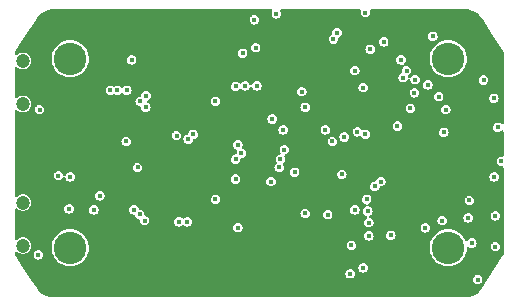
<source format=gbr>
%TF.GenerationSoftware,KiCad,Pcbnew,7.0.7*%
%TF.CreationDate,2024-05-19T19:47:01+02:00*%
%TF.ProjectId,Heptachron,48657074-6163-4687-926f-6e2e6b696361,rev?*%
%TF.SameCoordinates,Original*%
%TF.FileFunction,Copper,L2,Inr*%
%TF.FilePolarity,Positive*%
%FSLAX46Y46*%
G04 Gerber Fmt 4.6, Leading zero omitted, Abs format (unit mm)*
G04 Created by KiCad (PCBNEW 7.0.7) date 2024-05-19 19:47:01*
%MOMM*%
%LPD*%
G01*
G04 APERTURE LIST*
%TA.AperFunction,ComponentPad*%
%ADD10C,1.200000*%
%TD*%
%TA.AperFunction,ComponentPad*%
%ADD11C,2.750000*%
%TD*%
%TA.AperFunction,ViaPad*%
%ADD12C,0.400000*%
%TD*%
G04 APERTURE END LIST*
D10*
%TO.N,N/C*%
%TO.C,SW2*%
X128000000Y-108825000D03*
X128000000Y-105175000D03*
%TD*%
D11*
%TO.N,N/C*%
%TO.C,H1*%
X164000000Y-109000000D03*
%TD*%
%TO.N,N/C*%
%TO.C,H4*%
X132000000Y-93000000D03*
%TD*%
%TO.N,N/C*%
%TO.C,H3*%
X132000000Y-109000000D03*
%TD*%
%TO.N,N/C*%
%TO.C,H2*%
X164000000Y-93000000D03*
%TD*%
D10*
%TO.N,N/C*%
%TO.C,SW1*%
X128000000Y-96825000D03*
X128000000Y-93175000D03*
%TD*%
D12*
%TO.N,/CS3*%
X146000000Y-103185006D03*
X144300000Y-104900000D03*
X134500000Y-104600000D03*
X157200000Y-105900000D03*
X157785000Y-103800000D03*
X138300000Y-106700000D03*
X146200000Y-107300000D03*
X134000000Y-105800000D03*
%TO.N,/CS2*%
X146200000Y-100300000D03*
X137396071Y-105788927D03*
X136740000Y-100000000D03*
X157000000Y-99390865D03*
X156800000Y-95444994D03*
%TO.N,/CS1*%
X137917681Y-96617674D03*
X149099996Y-98100000D03*
X137883456Y-106182155D03*
%TO.N,/SW1*%
X163800000Y-97300000D03*
X163200000Y-96209500D03*
X144300000Y-96600000D03*
%TO.N,/SW2*%
X156315000Y-99185000D03*
X146500000Y-101000000D03*
X154200000Y-100000000D03*
%TO.N,/SW3*%
X146000000Y-101500000D03*
%TO.N,/SW4*%
X137700000Y-102200000D03*
%TO.N,/SW5*%
X141900000Y-106800000D03*
X150027331Y-99027301D03*
X149000000Y-103400000D03*
%TO.N,GND*%
X150600000Y-92000000D03*
X151500000Y-105000000D03*
X158300000Y-110600000D03*
X140000000Y-97300000D03*
X159028627Y-90373996D03*
X168300000Y-94900000D03*
X150300000Y-89800000D03*
X151900000Y-111881922D03*
X130600000Y-105800000D03*
X157600000Y-97400000D03*
X162100000Y-109700000D03*
X162000000Y-97500000D03*
X134500000Y-106500000D03*
X158300000Y-92100000D03*
X142500000Y-89800000D03*
X142500000Y-97400000D03*
X161100000Y-111600000D03*
X129600000Y-92700000D03*
X149700000Y-93900000D03*
X147423306Y-97869355D03*
X150800000Y-94000000D03*
X151900000Y-110100000D03*
X139101946Y-96282715D03*
%TO.N,VCC*%
X162066208Y-107311538D03*
X167000000Y-94800000D03*
X167868101Y-96345846D03*
X166500000Y-111700000D03*
X141200000Y-106800000D03*
X142399992Y-99400000D03*
X159150000Y-107950000D03*
X168000000Y-108900000D03*
X157400000Y-92199996D03*
%TO.N,/CS5*%
X151000000Y-102600000D03*
X157100000Y-104900000D03*
X131000000Y-102900000D03*
X132000000Y-103000000D03*
X149800000Y-101500000D03*
X151900000Y-106100000D03*
X131900000Y-105700000D03*
X156100000Y-105800008D03*
%TO.N,/CS4*%
X155000000Y-102800000D03*
%TO.N,+BATT*%
X154285280Y-91325092D03*
X157000000Y-89100000D03*
%TO.N,+5V*%
X154583811Y-90816189D03*
X162700000Y-91100000D03*
X158541483Y-91560000D03*
%TO.N,/STAT2*%
X147700652Y-92060000D03*
X168210500Y-98800000D03*
X137200000Y-93100000D03*
X156100000Y-94000000D03*
X162282677Y-95217325D03*
%TO.N,Net-(IC1-TS{slash}MR)*%
X160200000Y-94600000D03*
%TO.N,Net-(IC1-ILIM{slash}VSET)*%
X160475500Y-94000000D03*
X161194467Y-94772410D03*
%TO.N,/STAT1*%
X146600000Y-92525000D03*
X167900000Y-103000000D03*
X160003078Y-93100000D03*
%TO.N,/CS7*%
X163641319Y-99224033D03*
X141000000Y-99500000D03*
X150125000Y-100700000D03*
X141982805Y-99817195D03*
X155200000Y-99624500D03*
%TO.N,/CS6*%
X153600000Y-99017678D03*
X153800000Y-106200000D03*
X160800000Y-97200000D03*
X138400000Y-97100000D03*
X161140959Y-95884994D03*
X138417678Y-96117678D03*
X151900000Y-97100000D03*
X151600000Y-95785000D03*
%TO.N,/LIGHT_EN*%
X147600000Y-89700000D03*
%TO.N,/RTC_INT*%
X157276578Y-108000000D03*
%TO.N,/SDA*%
X146000000Y-95340000D03*
X136800000Y-95675000D03*
X156800000Y-110700000D03*
%TO.N,/SCL*%
X146800000Y-95300000D03*
X155800000Y-108800000D03*
X155700000Y-111200000D03*
X136000000Y-95675000D03*
X165700000Y-106475000D03*
X166000000Y-108600000D03*
%TO.N,/BU1*%
X168500000Y-101700000D03*
X129300000Y-109600000D03*
X129400000Y-97300000D03*
%TO.N,/BU2*%
X168000000Y-106300000D03*
%TO.N,/CS8*%
X149700000Y-102200000D03*
%TO.N,/LED_EN*%
X147800000Y-95300000D03*
X163500000Y-106700000D03*
X135400000Y-95675000D03*
X165800000Y-105000000D03*
%TO.N,/RTC_CLK*%
X158300000Y-103400000D03*
X159700000Y-98700000D03*
X157284576Y-106871471D03*
%TO.N,/LIGHT_IN*%
X149451015Y-89188837D03*
%TD*%
%TA.AperFunction,Conductor*%
%TO.N,GND*%
G36*
X149064081Y-88820185D02*
G01*
X149109836Y-88872989D01*
X149119780Y-88942147D01*
X149107528Y-88980791D01*
X149092850Y-89009599D01*
X149065367Y-89063536D01*
X149045523Y-89188833D01*
X149045523Y-89188840D01*
X149065367Y-89314137D01*
X149065367Y-89314138D01*
X149083820Y-89350354D01*
X149122965Y-89427179D01*
X149122967Y-89427181D01*
X149122969Y-89427184D01*
X149212667Y-89516882D01*
X149212669Y-89516883D01*
X149212673Y-89516887D01*
X149325711Y-89574483D01*
X149325712Y-89574483D01*
X149325714Y-89574484D01*
X149451012Y-89594329D01*
X149451015Y-89594329D01*
X149451018Y-89594329D01*
X149576315Y-89574484D01*
X149576316Y-89574484D01*
X149576317Y-89574483D01*
X149576319Y-89574483D01*
X149689357Y-89516887D01*
X149779065Y-89427179D01*
X149836661Y-89314141D01*
X149836661Y-89314139D01*
X149836662Y-89314138D01*
X149836662Y-89314137D01*
X149856507Y-89188840D01*
X149856507Y-89188833D01*
X149836662Y-89063536D01*
X149836661Y-89063534D01*
X149836661Y-89063533D01*
X149794502Y-88980792D01*
X149781607Y-88912126D01*
X149807883Y-88847386D01*
X149864989Y-88807128D01*
X149904988Y-88800500D01*
X156500762Y-88800500D01*
X156567801Y-88820185D01*
X156613556Y-88872989D01*
X156623500Y-88942147D01*
X156616237Y-88965049D01*
X156617369Y-88965417D01*
X156614352Y-88974699D01*
X156594508Y-89099996D01*
X156594508Y-89100003D01*
X156614352Y-89225300D01*
X156614352Y-89225301D01*
X156630570Y-89257129D01*
X156671950Y-89338342D01*
X156671952Y-89338344D01*
X156671954Y-89338347D01*
X156761652Y-89428045D01*
X156761654Y-89428046D01*
X156761658Y-89428050D01*
X156874696Y-89485646D01*
X156874697Y-89485646D01*
X156874699Y-89485647D01*
X156999997Y-89505492D01*
X157000000Y-89505492D01*
X157000003Y-89505492D01*
X157125300Y-89485647D01*
X157125301Y-89485647D01*
X157125302Y-89485646D01*
X157125304Y-89485646D01*
X157238342Y-89428050D01*
X157328050Y-89338342D01*
X157385646Y-89225304D01*
X157385646Y-89225302D01*
X157385647Y-89225301D01*
X157385647Y-89225300D01*
X157405492Y-89100003D01*
X157405492Y-89099996D01*
X157385647Y-88974699D01*
X157382631Y-88965417D01*
X157385680Y-88964425D01*
X157375856Y-88912136D01*
X157402127Y-88847393D01*
X157459230Y-88807132D01*
X157499238Y-88800500D01*
X165375690Y-88800500D01*
X165375693Y-88800501D01*
X165421357Y-88800500D01*
X165425199Y-88800619D01*
X165630779Y-88813450D01*
X165638440Y-88814410D01*
X165838926Y-88852349D01*
X165846410Y-88854255D01*
X166040619Y-88916833D01*
X166047784Y-88919646D01*
X166113928Y-88950495D01*
X166232701Y-89005891D01*
X166239492Y-89009590D01*
X166412234Y-89118153D01*
X166418506Y-89122662D01*
X166445819Y-89145011D01*
X166576409Y-89251869D01*
X166582077Y-89257129D01*
X166582086Y-89257138D01*
X166722688Y-89404971D01*
X166727645Y-89410881D01*
X166782807Y-89485646D01*
X166849818Y-89576473D01*
X166852015Y-89579654D01*
X167825035Y-91086750D01*
X168641787Y-92351805D01*
X168641788Y-92351806D01*
X168665188Y-92388050D01*
X168665993Y-92389297D01*
X168668965Y-92394422D01*
X168679641Y-92415043D01*
X168688465Y-92436995D01*
X168692507Y-92450708D01*
X168697000Y-92473933D01*
X168699217Y-92497055D01*
X168699500Y-92502975D01*
X168699500Y-98423244D01*
X168679815Y-98490283D01*
X168627011Y-98536038D01*
X168557853Y-98545982D01*
X168494297Y-98516957D01*
X168487820Y-98510926D01*
X168448847Y-98471954D01*
X168448844Y-98471952D01*
X168448842Y-98471950D01*
X168335804Y-98414354D01*
X168335803Y-98414353D01*
X168335800Y-98414352D01*
X168210503Y-98394508D01*
X168210497Y-98394508D01*
X168085199Y-98414352D01*
X168085198Y-98414352D01*
X168009837Y-98452751D01*
X167972158Y-98471950D01*
X167972157Y-98471951D01*
X167972152Y-98471954D01*
X167882454Y-98561652D01*
X167882451Y-98561657D01*
X167882450Y-98561658D01*
X167863251Y-98599337D01*
X167824852Y-98674698D01*
X167824852Y-98674699D01*
X167805008Y-98799996D01*
X167805008Y-98800003D01*
X167824852Y-98925300D01*
X167824852Y-98925301D01*
X167835731Y-98946652D01*
X167882450Y-99038342D01*
X167882452Y-99038344D01*
X167882454Y-99038347D01*
X167972152Y-99128045D01*
X167972154Y-99128046D01*
X167972158Y-99128050D01*
X168085196Y-99185646D01*
X168085197Y-99185646D01*
X168085199Y-99185647D01*
X168210497Y-99205492D01*
X168210500Y-99205492D01*
X168210503Y-99205492D01*
X168335800Y-99185647D01*
X168335801Y-99185647D01*
X168335802Y-99185646D01*
X168335804Y-99185646D01*
X168448842Y-99128050D01*
X168462540Y-99114352D01*
X168487819Y-99089074D01*
X168549142Y-99055589D01*
X168618834Y-99060573D01*
X168674767Y-99102445D01*
X168699184Y-99167909D01*
X168699500Y-99176755D01*
X168699500Y-101180920D01*
X168679815Y-101247959D01*
X168627011Y-101293714D01*
X168557853Y-101303658D01*
X168556103Y-101303393D01*
X168500003Y-101294508D01*
X168499997Y-101294508D01*
X168374699Y-101314352D01*
X168374698Y-101314352D01*
X168300502Y-101352158D01*
X168261658Y-101371950D01*
X168261656Y-101371951D01*
X168261657Y-101371951D01*
X168261652Y-101371954D01*
X168171954Y-101461652D01*
X168171951Y-101461657D01*
X168114352Y-101574698D01*
X168114352Y-101574699D01*
X168094508Y-101699996D01*
X168094508Y-101700003D01*
X168114352Y-101825300D01*
X168114352Y-101825301D01*
X168115752Y-101828048D01*
X168171950Y-101938342D01*
X168171952Y-101938344D01*
X168171954Y-101938347D01*
X168261652Y-102028045D01*
X168261654Y-102028046D01*
X168261658Y-102028050D01*
X168374696Y-102085646D01*
X168374697Y-102085646D01*
X168374699Y-102085647D01*
X168499997Y-102105492D01*
X168500000Y-102105492D01*
X168556102Y-102096606D01*
X168625393Y-102105560D01*
X168678846Y-102150556D01*
X168699486Y-102217307D01*
X168699499Y-102219079D01*
X168699499Y-109477066D01*
X168699500Y-109477071D01*
X168699500Y-109497037D01*
X168699218Y-109502940D01*
X168697920Y-109516482D01*
X168697001Y-109526067D01*
X168692508Y-109549287D01*
X168688466Y-109563001D01*
X168679641Y-109584957D01*
X168668971Y-109605567D01*
X168665999Y-109610692D01*
X168641788Y-109648193D01*
X166880452Y-112376298D01*
X166880451Y-112376300D01*
X166852119Y-112420182D01*
X166849922Y-112423363D01*
X166727638Y-112589106D01*
X166722668Y-112595031D01*
X166582070Y-112742861D01*
X166576401Y-112748122D01*
X166418504Y-112877322D01*
X166412226Y-112881836D01*
X166239483Y-112990400D01*
X166232692Y-112994099D01*
X166047789Y-113080336D01*
X166040591Y-113083161D01*
X165943502Y-113114445D01*
X165846413Y-113145729D01*
X165838919Y-113147638D01*
X165638447Y-113185575D01*
X165630773Y-113186536D01*
X165425005Y-113199379D01*
X165421142Y-113199499D01*
X165365705Y-113199499D01*
X165365693Y-113199500D01*
X130634307Y-113199500D01*
X130634295Y-113199499D01*
X130578642Y-113199499D01*
X130574779Y-113199379D01*
X130369225Y-113186549D01*
X130361551Y-113185588D01*
X130161078Y-113147651D01*
X130153584Y-113145742D01*
X130102988Y-113129439D01*
X129959389Y-113083169D01*
X129952205Y-113080349D01*
X129767298Y-112994108D01*
X129760507Y-112990409D01*
X129587765Y-112881846D01*
X129581490Y-112877335D01*
X129480856Y-112794990D01*
X129423589Y-112748130D01*
X129417921Y-112742870D01*
X129277311Y-112595028D01*
X129272353Y-112589118D01*
X129150170Y-112423512D01*
X129147990Y-112420355D01*
X128682912Y-111700003D01*
X166094508Y-111700003D01*
X166114352Y-111825300D01*
X166114352Y-111825301D01*
X166114354Y-111825304D01*
X166171950Y-111938342D01*
X166171952Y-111938344D01*
X166171954Y-111938347D01*
X166261652Y-112028045D01*
X166261654Y-112028046D01*
X166261658Y-112028050D01*
X166374696Y-112085646D01*
X166374697Y-112085646D01*
X166374699Y-112085647D01*
X166499997Y-112105492D01*
X166500000Y-112105492D01*
X166500003Y-112105492D01*
X166625300Y-112085647D01*
X166625301Y-112085647D01*
X166625302Y-112085646D01*
X166625304Y-112085646D01*
X166738342Y-112028050D01*
X166828050Y-111938342D01*
X166885646Y-111825304D01*
X166885646Y-111825302D01*
X166885647Y-111825301D01*
X166885647Y-111825300D01*
X166893805Y-111773783D01*
X166905492Y-111700000D01*
X166890524Y-111605492D01*
X166885647Y-111574699D01*
X166885647Y-111574698D01*
X166885646Y-111574696D01*
X166828050Y-111461658D01*
X166828046Y-111461654D01*
X166828045Y-111461652D01*
X166738347Y-111371954D01*
X166738344Y-111371952D01*
X166738342Y-111371950D01*
X166625304Y-111314354D01*
X166625303Y-111314353D01*
X166625300Y-111314352D01*
X166500003Y-111294508D01*
X166499997Y-111294508D01*
X166374699Y-111314352D01*
X166374698Y-111314352D01*
X166299337Y-111352751D01*
X166261658Y-111371950D01*
X166261656Y-111371951D01*
X166261657Y-111371951D01*
X166261652Y-111371954D01*
X166171954Y-111461652D01*
X166171951Y-111461657D01*
X166114352Y-111574698D01*
X166114352Y-111574699D01*
X166094508Y-111699996D01*
X166094508Y-111700003D01*
X128682912Y-111700003D01*
X128440995Y-111325301D01*
X128360099Y-111200003D01*
X155294508Y-111200003D01*
X155314352Y-111325300D01*
X155314352Y-111325301D01*
X155314354Y-111325304D01*
X155371950Y-111438342D01*
X155371952Y-111438344D01*
X155371954Y-111438347D01*
X155461652Y-111528045D01*
X155461654Y-111528046D01*
X155461658Y-111528050D01*
X155574696Y-111585646D01*
X155574697Y-111585646D01*
X155574699Y-111585647D01*
X155699997Y-111605492D01*
X155700000Y-111605492D01*
X155700003Y-111605492D01*
X155825300Y-111585647D01*
X155825301Y-111585647D01*
X155825302Y-111585646D01*
X155825304Y-111585646D01*
X155938342Y-111528050D01*
X156028050Y-111438342D01*
X156085646Y-111325304D01*
X156085646Y-111325302D01*
X156085647Y-111325301D01*
X156085647Y-111325300D01*
X156105492Y-111200003D01*
X156105492Y-111199996D01*
X156085647Y-111074699D01*
X156085647Y-111074698D01*
X156085646Y-111074696D01*
X156028050Y-110961658D01*
X156028046Y-110961654D01*
X156028045Y-110961652D01*
X155938347Y-110871954D01*
X155938344Y-110871952D01*
X155938342Y-110871950D01*
X155825304Y-110814354D01*
X155825303Y-110814353D01*
X155825300Y-110814352D01*
X155700003Y-110794508D01*
X155699997Y-110794508D01*
X155574699Y-110814352D01*
X155574698Y-110814352D01*
X155499337Y-110852751D01*
X155461658Y-110871950D01*
X155461656Y-110871951D01*
X155461657Y-110871951D01*
X155461652Y-110871954D01*
X155371954Y-110961652D01*
X155371951Y-110961657D01*
X155314352Y-111074698D01*
X155314352Y-111074699D01*
X155294508Y-111199996D01*
X155294508Y-111200003D01*
X128360099Y-111200003D01*
X128037286Y-110700003D01*
X156394508Y-110700003D01*
X156414352Y-110825300D01*
X156414352Y-110825301D01*
X156414354Y-110825304D01*
X156471950Y-110938342D01*
X156471952Y-110938344D01*
X156471954Y-110938347D01*
X156561652Y-111028045D01*
X156561654Y-111028046D01*
X156561658Y-111028050D01*
X156674696Y-111085646D01*
X156674697Y-111085646D01*
X156674699Y-111085647D01*
X156799997Y-111105492D01*
X156800000Y-111105492D01*
X156800003Y-111105492D01*
X156925300Y-111085647D01*
X156925301Y-111085647D01*
X156925302Y-111085646D01*
X156925304Y-111085646D01*
X157038342Y-111028050D01*
X157128050Y-110938342D01*
X157185646Y-110825304D01*
X157185646Y-110825302D01*
X157185647Y-110825301D01*
X157185647Y-110825300D01*
X157205492Y-110700003D01*
X157205492Y-110699996D01*
X157185647Y-110574699D01*
X157185647Y-110574698D01*
X157178624Y-110560915D01*
X157128050Y-110461658D01*
X157128046Y-110461654D01*
X157128045Y-110461652D01*
X157038347Y-110371954D01*
X157038344Y-110371952D01*
X157038342Y-110371950D01*
X156925304Y-110314354D01*
X156925303Y-110314353D01*
X156925300Y-110314352D01*
X156800003Y-110294508D01*
X156799997Y-110294508D01*
X156674699Y-110314352D01*
X156674698Y-110314352D01*
X156599337Y-110352751D01*
X156561658Y-110371950D01*
X156561657Y-110371951D01*
X156561652Y-110371954D01*
X156471954Y-110461652D01*
X156471951Y-110461657D01*
X156414352Y-110574698D01*
X156414352Y-110574699D01*
X156394508Y-110699996D01*
X156394508Y-110700003D01*
X128037286Y-110700003D01*
X127336915Y-109615207D01*
X127334000Y-109610692D01*
X127331035Y-109605578D01*
X127328149Y-109600003D01*
X128894508Y-109600003D01*
X128914352Y-109725300D01*
X128914352Y-109725301D01*
X128914354Y-109725304D01*
X128971950Y-109838342D01*
X128971952Y-109838344D01*
X128971954Y-109838347D01*
X129061652Y-109928045D01*
X129061654Y-109928046D01*
X129061658Y-109928050D01*
X129174696Y-109985646D01*
X129174697Y-109985646D01*
X129174699Y-109985647D01*
X129299997Y-110005492D01*
X129300000Y-110005492D01*
X129300003Y-110005492D01*
X129425300Y-109985647D01*
X129425301Y-109985647D01*
X129425302Y-109985646D01*
X129425304Y-109985646D01*
X129538342Y-109928050D01*
X129628050Y-109838342D01*
X129685646Y-109725304D01*
X129685646Y-109725302D01*
X129685647Y-109725301D01*
X129685647Y-109725300D01*
X129705492Y-109600003D01*
X129705492Y-109599996D01*
X129685647Y-109474699D01*
X129685647Y-109474698D01*
X129674288Y-109452405D01*
X129628050Y-109361658D01*
X129628046Y-109361654D01*
X129628045Y-109361652D01*
X129538347Y-109271954D01*
X129538344Y-109271952D01*
X129538342Y-109271950D01*
X129425304Y-109214354D01*
X129425303Y-109214353D01*
X129425300Y-109214352D01*
X129300003Y-109194508D01*
X129299997Y-109194508D01*
X129174699Y-109214352D01*
X129174698Y-109214352D01*
X129110183Y-109247225D01*
X129061658Y-109271950D01*
X129061656Y-109271951D01*
X129061657Y-109271951D01*
X129061652Y-109271954D01*
X128971954Y-109361652D01*
X128971951Y-109361657D01*
X128914352Y-109474698D01*
X128914352Y-109474699D01*
X128894508Y-109599996D01*
X128894508Y-109600003D01*
X127328149Y-109600003D01*
X127320358Y-109584956D01*
X127311536Y-109563009D01*
X127307490Y-109549283D01*
X127302999Y-109526069D01*
X127300783Y-109502940D01*
X127300500Y-109497022D01*
X127300500Y-109416671D01*
X127320185Y-109349632D01*
X127372989Y-109303877D01*
X127442147Y-109293933D01*
X127505703Y-109322958D01*
X127506592Y-109323737D01*
X127599148Y-109405734D01*
X127674461Y-109445262D01*
X127730546Y-109474698D01*
X127749775Y-109484790D01*
X127914944Y-109525500D01*
X128085056Y-109525500D01*
X128250225Y-109484790D01*
X128380014Y-109416671D01*
X128400849Y-109405736D01*
X128400850Y-109405734D01*
X128400852Y-109405734D01*
X128528183Y-109292929D01*
X128624818Y-109152930D01*
X128682816Y-109000000D01*
X130419628Y-109000000D01*
X130421755Y-109027022D01*
X130439085Y-109247228D01*
X130496976Y-109488362D01*
X130591877Y-109717474D01*
X130721450Y-109928916D01*
X130721453Y-109928921D01*
X130769901Y-109985646D01*
X130882508Y-110117492D01*
X131003213Y-110220583D01*
X131071078Y-110278546D01*
X131071083Y-110278549D01*
X131282525Y-110408122D01*
X131511637Y-110503023D01*
X131718567Y-110552702D01*
X131752775Y-110560915D01*
X132000000Y-110580372D01*
X132247225Y-110560915D01*
X132488362Y-110503023D01*
X132717474Y-110408122D01*
X132928919Y-110278548D01*
X133117492Y-110117492D01*
X133278548Y-109928919D01*
X133408122Y-109717474D01*
X133503023Y-109488362D01*
X133560915Y-109247225D01*
X133580372Y-109000000D01*
X133564632Y-108800003D01*
X155394508Y-108800003D01*
X155414352Y-108925300D01*
X155414352Y-108925301D01*
X155415752Y-108928048D01*
X155471950Y-109038342D01*
X155471952Y-109038344D01*
X155471954Y-109038347D01*
X155561652Y-109128045D01*
X155561654Y-109128046D01*
X155561658Y-109128050D01*
X155674696Y-109185646D01*
X155674697Y-109185646D01*
X155674699Y-109185647D01*
X155799997Y-109205492D01*
X155800000Y-109205492D01*
X155800003Y-109205492D01*
X155925300Y-109185647D01*
X155925301Y-109185647D01*
X155925302Y-109185646D01*
X155925304Y-109185646D01*
X156038342Y-109128050D01*
X156128050Y-109038342D01*
X156147586Y-109000000D01*
X162419628Y-109000000D01*
X162421755Y-109027022D01*
X162439085Y-109247228D01*
X162496976Y-109488362D01*
X162591877Y-109717474D01*
X162721450Y-109928916D01*
X162721453Y-109928921D01*
X162769901Y-109985646D01*
X162882508Y-110117492D01*
X163003213Y-110220583D01*
X163071078Y-110278546D01*
X163071083Y-110278549D01*
X163282525Y-110408122D01*
X163511637Y-110503023D01*
X163718567Y-110552702D01*
X163752775Y-110560915D01*
X164000000Y-110580372D01*
X164247225Y-110560915D01*
X164488362Y-110503023D01*
X164717474Y-110408122D01*
X164928919Y-110278548D01*
X165117492Y-110117492D01*
X165278548Y-109928919D01*
X165408122Y-109717474D01*
X165503023Y-109488362D01*
X165560915Y-109247225D01*
X165578245Y-109027020D01*
X165603129Y-108961734D01*
X165659360Y-108920263D01*
X165729086Y-108915776D01*
X165758158Y-108926266D01*
X165761656Y-108928048D01*
X165761658Y-108928050D01*
X165874696Y-108985646D01*
X165874697Y-108985646D01*
X165874699Y-108985647D01*
X165999997Y-109005492D01*
X166000000Y-109005492D01*
X166000003Y-109005492D01*
X166125300Y-108985647D01*
X166125301Y-108985647D01*
X166125302Y-108985646D01*
X166125304Y-108985646D01*
X166238342Y-108928050D01*
X166266389Y-108900003D01*
X167594508Y-108900003D01*
X167614352Y-109025300D01*
X167614352Y-109025301D01*
X167632805Y-109061517D01*
X167671950Y-109138342D01*
X167671952Y-109138344D01*
X167671954Y-109138347D01*
X167761652Y-109228045D01*
X167761654Y-109228046D01*
X167761658Y-109228050D01*
X167874696Y-109285646D01*
X167874697Y-109285646D01*
X167874699Y-109285647D01*
X167999997Y-109305492D01*
X168000000Y-109305492D01*
X168000003Y-109305492D01*
X168125300Y-109285647D01*
X168125301Y-109285647D01*
X168125302Y-109285646D01*
X168125304Y-109285646D01*
X168238342Y-109228050D01*
X168328050Y-109138342D01*
X168385646Y-109025304D01*
X168385646Y-109025302D01*
X168385647Y-109025301D01*
X168385647Y-109025300D01*
X168401049Y-108928050D01*
X168405492Y-108900000D01*
X168395727Y-108838347D01*
X168385647Y-108774699D01*
X168385647Y-108774698D01*
X168385491Y-108774391D01*
X168328050Y-108661658D01*
X168328046Y-108661654D01*
X168328045Y-108661652D01*
X168238347Y-108571954D01*
X168238344Y-108571952D01*
X168238342Y-108571950D01*
X168125304Y-108514354D01*
X168125303Y-108514353D01*
X168125300Y-108514352D01*
X168000003Y-108494508D01*
X167999997Y-108494508D01*
X167874699Y-108514352D01*
X167874698Y-108514352D01*
X167799337Y-108552751D01*
X167761658Y-108571950D01*
X167761656Y-108571951D01*
X167761657Y-108571951D01*
X167761652Y-108571954D01*
X167671954Y-108661652D01*
X167671951Y-108661657D01*
X167671950Y-108661658D01*
X167652751Y-108699337D01*
X167614352Y-108774698D01*
X167614352Y-108774699D01*
X167594508Y-108899996D01*
X167594508Y-108900003D01*
X166266389Y-108900003D01*
X166328050Y-108838342D01*
X166385646Y-108725304D01*
X166385646Y-108725302D01*
X166385647Y-108725301D01*
X166385647Y-108725300D01*
X166396603Y-108656125D01*
X166405492Y-108600000D01*
X166389190Y-108497070D01*
X166385647Y-108474699D01*
X166385647Y-108474698D01*
X166384247Y-108471950D01*
X166328050Y-108361658D01*
X166328046Y-108361654D01*
X166328045Y-108361652D01*
X166238347Y-108271954D01*
X166238344Y-108271952D01*
X166238342Y-108271950D01*
X166125304Y-108214354D01*
X166125303Y-108214353D01*
X166125300Y-108214352D01*
X166000003Y-108194508D01*
X165999997Y-108194508D01*
X165874699Y-108214352D01*
X165874698Y-108214352D01*
X165799337Y-108252751D01*
X165761658Y-108271950D01*
X165761656Y-108271951D01*
X165761657Y-108271951D01*
X165761652Y-108271954D01*
X165671954Y-108361652D01*
X165671950Y-108361657D01*
X165666617Y-108372125D01*
X165618641Y-108422920D01*
X165550820Y-108439714D01*
X165484685Y-108417175D01*
X165441572Y-108363281D01*
X165408122Y-108282525D01*
X165278549Y-108071083D01*
X165278546Y-108071078D01*
X165175132Y-107949996D01*
X165117492Y-107882508D01*
X165014399Y-107794458D01*
X164928921Y-107721453D01*
X164928916Y-107721450D01*
X164717474Y-107591877D01*
X164488362Y-107496976D01*
X164247228Y-107439085D01*
X164000000Y-107419628D01*
X163752771Y-107439085D01*
X163511637Y-107496976D01*
X163282525Y-107591877D01*
X163071083Y-107721450D01*
X163071078Y-107721453D01*
X162882508Y-107882508D01*
X162721453Y-108071078D01*
X162721450Y-108071083D01*
X162591877Y-108282525D01*
X162496976Y-108511637D01*
X162439085Y-108752771D01*
X162420110Y-108993872D01*
X162419628Y-109000000D01*
X156147586Y-109000000D01*
X156185646Y-108925304D01*
X156185646Y-108925302D01*
X156185647Y-108925301D01*
X156185647Y-108925300D01*
X156205492Y-108800003D01*
X156205492Y-108799996D01*
X156185647Y-108674699D01*
X156185647Y-108674698D01*
X156176185Y-108656128D01*
X156128050Y-108561658D01*
X156128046Y-108561654D01*
X156128045Y-108561652D01*
X156038347Y-108471954D01*
X156038344Y-108471952D01*
X156038342Y-108471950D01*
X155925304Y-108414354D01*
X155925303Y-108414353D01*
X155925300Y-108414352D01*
X155800003Y-108394508D01*
X155799997Y-108394508D01*
X155674699Y-108414352D01*
X155674698Y-108414352D01*
X155624924Y-108439714D01*
X155561658Y-108471950D01*
X155561656Y-108471951D01*
X155561657Y-108471951D01*
X155561652Y-108471954D01*
X155471954Y-108561652D01*
X155471951Y-108561657D01*
X155471950Y-108561658D01*
X155466704Y-108571954D01*
X155414352Y-108674698D01*
X155414352Y-108674699D01*
X155394508Y-108799996D01*
X155394508Y-108800003D01*
X133564632Y-108800003D01*
X133560915Y-108752775D01*
X133539040Y-108661658D01*
X133503023Y-108511637D01*
X133408122Y-108282525D01*
X133278549Y-108071083D01*
X133278546Y-108071078D01*
X133217842Y-108000003D01*
X156871086Y-108000003D01*
X156890930Y-108125300D01*
X156890930Y-108125301D01*
X156890932Y-108125304D01*
X156948528Y-108238342D01*
X156948530Y-108238344D01*
X156948532Y-108238347D01*
X157038230Y-108328045D01*
X157038232Y-108328046D01*
X157038236Y-108328050D01*
X157151274Y-108385646D01*
X157151275Y-108385646D01*
X157151277Y-108385647D01*
X157276575Y-108405492D01*
X157276578Y-108405492D01*
X157276581Y-108405492D01*
X157401878Y-108385647D01*
X157401879Y-108385647D01*
X157401880Y-108385646D01*
X157401882Y-108385646D01*
X157514920Y-108328050D01*
X157604628Y-108238342D01*
X157662224Y-108125304D01*
X157662224Y-108125302D01*
X157662225Y-108125301D01*
X157662225Y-108125300D01*
X157682070Y-108000003D01*
X157682070Y-107999996D01*
X157674152Y-107950003D01*
X158744508Y-107950003D01*
X158764352Y-108075300D01*
X158764352Y-108075301D01*
X158764354Y-108075304D01*
X158821950Y-108188342D01*
X158821952Y-108188344D01*
X158821954Y-108188347D01*
X158911652Y-108278045D01*
X158911654Y-108278046D01*
X158911658Y-108278050D01*
X159024696Y-108335646D01*
X159024697Y-108335646D01*
X159024699Y-108335647D01*
X159149997Y-108355492D01*
X159150000Y-108355492D01*
X159150003Y-108355492D01*
X159275300Y-108335647D01*
X159275301Y-108335647D01*
X159275302Y-108335646D01*
X159275304Y-108335646D01*
X159388342Y-108278050D01*
X159478050Y-108188342D01*
X159535646Y-108075304D01*
X159535646Y-108075302D01*
X159535647Y-108075301D01*
X159535647Y-108075300D01*
X159555492Y-107950003D01*
X159555492Y-107949996D01*
X159535647Y-107824699D01*
X159535647Y-107824698D01*
X159503526Y-107761658D01*
X159478050Y-107711658D01*
X159478046Y-107711654D01*
X159478045Y-107711652D01*
X159388347Y-107621954D01*
X159388344Y-107621952D01*
X159388342Y-107621950D01*
X159275304Y-107564354D01*
X159275303Y-107564353D01*
X159275300Y-107564352D01*
X159150003Y-107544508D01*
X159149997Y-107544508D01*
X159024699Y-107564352D01*
X159024698Y-107564352D01*
X158949337Y-107602751D01*
X158911658Y-107621950D01*
X158911656Y-107621951D01*
X158911657Y-107621951D01*
X158911652Y-107621954D01*
X158821954Y-107711652D01*
X158821951Y-107711657D01*
X158821950Y-107711658D01*
X158802751Y-107749337D01*
X158764352Y-107824698D01*
X158764352Y-107824699D01*
X158744508Y-107949996D01*
X158744508Y-107950003D01*
X157674152Y-107950003D01*
X157662225Y-107874699D01*
X157662225Y-107874698D01*
X157662224Y-107874696D01*
X157604628Y-107761658D01*
X157604624Y-107761654D01*
X157604623Y-107761652D01*
X157514925Y-107671954D01*
X157514922Y-107671952D01*
X157514920Y-107671950D01*
X157401882Y-107614354D01*
X157401881Y-107614353D01*
X157401878Y-107614352D01*
X157276581Y-107594508D01*
X157276575Y-107594508D01*
X157151277Y-107614352D01*
X157151276Y-107614352D01*
X157075915Y-107652751D01*
X157038236Y-107671950D01*
X157038235Y-107671951D01*
X157038230Y-107671954D01*
X156948532Y-107761652D01*
X156948529Y-107761657D01*
X156890930Y-107874698D01*
X156890930Y-107874699D01*
X156871086Y-107999996D01*
X156871086Y-108000003D01*
X133217842Y-108000003D01*
X133175132Y-107949996D01*
X133117492Y-107882508D01*
X133014399Y-107794458D01*
X132928921Y-107721453D01*
X132928916Y-107721450D01*
X132717474Y-107591877D01*
X132488362Y-107496976D01*
X132247228Y-107439085D01*
X132000000Y-107419628D01*
X131752771Y-107439085D01*
X131511637Y-107496976D01*
X131282525Y-107591877D01*
X131071083Y-107721450D01*
X131071078Y-107721453D01*
X130882508Y-107882508D01*
X130721453Y-108071078D01*
X130721450Y-108071083D01*
X130591877Y-108282525D01*
X130496976Y-108511637D01*
X130439085Y-108752771D01*
X130420110Y-108993872D01*
X130419628Y-109000000D01*
X128682816Y-109000000D01*
X128685140Y-108993872D01*
X128705645Y-108825000D01*
X128685140Y-108656128D01*
X128624818Y-108497070D01*
X128609376Y-108474699D01*
X128585228Y-108439714D01*
X128528183Y-108357071D01*
X128400852Y-108244266D01*
X128400849Y-108244263D01*
X128250226Y-108165210D01*
X128085056Y-108124500D01*
X127914944Y-108124500D01*
X127749773Y-108165210D01*
X127599150Y-108244263D01*
X127555962Y-108282525D01*
X127506725Y-108326144D01*
X127443494Y-108355865D01*
X127374230Y-108346681D01*
X127320927Y-108301509D01*
X127300507Y-108234690D01*
X127300500Y-108233328D01*
X127300500Y-107300003D01*
X145794508Y-107300003D01*
X145814352Y-107425300D01*
X145814352Y-107425301D01*
X145814354Y-107425304D01*
X145871950Y-107538342D01*
X145871952Y-107538344D01*
X145871954Y-107538347D01*
X145961652Y-107628045D01*
X145961654Y-107628046D01*
X145961658Y-107628050D01*
X146074696Y-107685646D01*
X146074697Y-107685646D01*
X146074699Y-107685647D01*
X146199997Y-107705492D01*
X146200000Y-107705492D01*
X146200003Y-107705492D01*
X146325300Y-107685647D01*
X146325301Y-107685647D01*
X146325302Y-107685646D01*
X146325304Y-107685646D01*
X146438342Y-107628050D01*
X146528050Y-107538342D01*
X146585646Y-107425304D01*
X146585646Y-107425302D01*
X146585647Y-107425301D01*
X146585647Y-107425300D01*
X146603665Y-107311541D01*
X161660716Y-107311541D01*
X161680560Y-107436838D01*
X161680560Y-107436839D01*
X161699013Y-107473055D01*
X161738158Y-107549880D01*
X161738160Y-107549882D01*
X161738162Y-107549885D01*
X161827860Y-107639583D01*
X161827862Y-107639584D01*
X161827866Y-107639588D01*
X161940904Y-107697184D01*
X161940905Y-107697184D01*
X161940907Y-107697185D01*
X162066205Y-107717030D01*
X162066208Y-107717030D01*
X162066211Y-107717030D01*
X162191508Y-107697185D01*
X162191509Y-107697185D01*
X162191510Y-107697184D01*
X162191512Y-107697184D01*
X162304550Y-107639588D01*
X162394258Y-107549880D01*
X162451854Y-107436842D01*
X162451854Y-107436840D01*
X162451855Y-107436839D01*
X162451855Y-107436838D01*
X162460013Y-107385321D01*
X162471700Y-107311538D01*
X162463081Y-107257117D01*
X162451855Y-107186237D01*
X162451855Y-107186236D01*
X162451554Y-107185646D01*
X162394258Y-107073196D01*
X162394254Y-107073192D01*
X162394253Y-107073190D01*
X162304555Y-106983492D01*
X162304552Y-106983490D01*
X162304550Y-106983488D01*
X162191512Y-106925892D01*
X162191511Y-106925891D01*
X162191508Y-106925890D01*
X162066211Y-106906046D01*
X162066205Y-106906046D01*
X161940907Y-106925890D01*
X161940906Y-106925890D01*
X161865545Y-106964289D01*
X161827866Y-106983488D01*
X161827865Y-106983489D01*
X161827860Y-106983492D01*
X161738162Y-107073190D01*
X161738159Y-107073195D01*
X161738158Y-107073196D01*
X161731814Y-107085647D01*
X161680560Y-107186236D01*
X161680560Y-107186237D01*
X161660716Y-107311534D01*
X161660716Y-107311541D01*
X146603665Y-107311541D01*
X146605492Y-107300003D01*
X146605492Y-107299996D01*
X146585647Y-107174699D01*
X146585647Y-107174698D01*
X146585646Y-107174696D01*
X146528050Y-107061658D01*
X146528046Y-107061654D01*
X146528045Y-107061652D01*
X146438347Y-106971954D01*
X146438344Y-106971952D01*
X146438342Y-106971950D01*
X146325304Y-106914354D01*
X146325303Y-106914353D01*
X146325300Y-106914352D01*
X146200003Y-106894508D01*
X146199997Y-106894508D01*
X146074699Y-106914352D01*
X146074698Y-106914352D01*
X146027607Y-106938347D01*
X145961658Y-106971950D01*
X145961657Y-106971951D01*
X145961652Y-106971954D01*
X145871954Y-107061652D01*
X145871951Y-107061657D01*
X145871950Y-107061658D01*
X145859727Y-107085647D01*
X145814352Y-107174698D01*
X145814352Y-107174699D01*
X145794508Y-107299996D01*
X145794508Y-107300003D01*
X127300500Y-107300003D01*
X127300500Y-105766671D01*
X127320185Y-105699632D01*
X127372989Y-105653877D01*
X127442147Y-105643933D01*
X127505703Y-105672958D01*
X127506592Y-105673737D01*
X127599148Y-105755734D01*
X127635282Y-105774699D01*
X127731693Y-105825300D01*
X127749775Y-105834790D01*
X127914944Y-105875500D01*
X128085056Y-105875500D01*
X128250225Y-105834790D01*
X128337616Y-105788923D01*
X128400849Y-105755736D01*
X128400850Y-105755734D01*
X128400852Y-105755734D01*
X128463760Y-105700003D01*
X131494508Y-105700003D01*
X131514352Y-105825300D01*
X131514352Y-105825301D01*
X131514354Y-105825304D01*
X131571950Y-105938342D01*
X131571952Y-105938344D01*
X131571954Y-105938347D01*
X131661652Y-106028045D01*
X131661654Y-106028046D01*
X131661658Y-106028050D01*
X131774696Y-106085646D01*
X131774697Y-106085646D01*
X131774699Y-106085647D01*
X131899997Y-106105492D01*
X131900000Y-106105492D01*
X131900003Y-106105492D01*
X132025300Y-106085647D01*
X132025301Y-106085647D01*
X132025302Y-106085646D01*
X132025304Y-106085646D01*
X132138342Y-106028050D01*
X132228050Y-105938342D01*
X132285646Y-105825304D01*
X132285646Y-105825302D01*
X132285647Y-105825301D01*
X132285647Y-105825300D01*
X132289654Y-105800003D01*
X133594508Y-105800003D01*
X133614352Y-105925300D01*
X133614352Y-105925301D01*
X133623782Y-105943807D01*
X133671950Y-106038342D01*
X133671952Y-106038344D01*
X133671954Y-106038347D01*
X133761652Y-106128045D01*
X133761654Y-106128046D01*
X133761658Y-106128050D01*
X133874696Y-106185646D01*
X133874697Y-106185646D01*
X133874699Y-106185647D01*
X133999997Y-106205492D01*
X134000000Y-106205492D01*
X134000003Y-106205492D01*
X134125300Y-106185647D01*
X134125301Y-106185647D01*
X134125302Y-106185646D01*
X134125304Y-106185646D01*
X134238342Y-106128050D01*
X134328050Y-106038342D01*
X134385646Y-105925304D01*
X134385646Y-105925302D01*
X134385647Y-105925301D01*
X134385647Y-105925300D01*
X134405492Y-105800003D01*
X134405492Y-105799996D01*
X134403739Y-105788930D01*
X136990579Y-105788930D01*
X137010423Y-105914227D01*
X137010423Y-105914228D01*
X137016071Y-105925312D01*
X137068021Y-106027269D01*
X137068023Y-106027271D01*
X137068025Y-106027274D01*
X137157723Y-106116972D01*
X137157725Y-106116973D01*
X137157729Y-106116977D01*
X137270767Y-106174573D01*
X137393084Y-106193945D01*
X137456215Y-106223873D01*
X137493147Y-106283185D01*
X137496156Y-106297020D01*
X137497808Y-106307456D01*
X137507920Y-106327301D01*
X137555406Y-106420497D01*
X137555408Y-106420499D01*
X137555410Y-106420502D01*
X137645108Y-106510200D01*
X137645110Y-106510201D01*
X137645114Y-106510205D01*
X137758152Y-106567801D01*
X137789905Y-106572830D01*
X137853038Y-106602757D01*
X137889971Y-106662068D01*
X137894508Y-106695303D01*
X137894508Y-106700003D01*
X137914352Y-106825300D01*
X137914352Y-106825301D01*
X137914354Y-106825304D01*
X137971950Y-106938342D01*
X137971952Y-106938344D01*
X137971954Y-106938347D01*
X138061652Y-107028045D01*
X138061654Y-107028046D01*
X138061658Y-107028050D01*
X138174696Y-107085646D01*
X138174697Y-107085646D01*
X138174699Y-107085647D01*
X138299997Y-107105492D01*
X138300000Y-107105492D01*
X138300003Y-107105492D01*
X138425300Y-107085647D01*
X138425301Y-107085647D01*
X138425302Y-107085646D01*
X138425304Y-107085646D01*
X138538342Y-107028050D01*
X138628050Y-106938342D01*
X138685646Y-106825304D01*
X138685646Y-106825302D01*
X138685647Y-106825301D01*
X138685647Y-106825300D01*
X138689654Y-106800003D01*
X140794508Y-106800003D01*
X140814352Y-106925300D01*
X140814352Y-106925301D01*
X140832805Y-106961517D01*
X140871950Y-107038342D01*
X140871952Y-107038344D01*
X140871954Y-107038347D01*
X140961652Y-107128045D01*
X140961654Y-107128046D01*
X140961658Y-107128050D01*
X141074696Y-107185646D01*
X141074697Y-107185646D01*
X141074699Y-107185647D01*
X141199997Y-107205492D01*
X141200000Y-107205492D01*
X141200003Y-107205492D01*
X141325300Y-107185647D01*
X141325301Y-107185647D01*
X141325302Y-107185646D01*
X141325304Y-107185646D01*
X141438342Y-107128050D01*
X141462317Y-107104074D01*
X141523637Y-107070589D01*
X141593329Y-107075571D01*
X141637680Y-107104073D01*
X141661652Y-107128045D01*
X141661654Y-107128046D01*
X141661658Y-107128050D01*
X141774696Y-107185646D01*
X141774697Y-107185646D01*
X141774699Y-107185647D01*
X141899997Y-107205492D01*
X141900000Y-107205492D01*
X141900003Y-107205492D01*
X142025300Y-107185647D01*
X142025301Y-107185647D01*
X142025302Y-107185646D01*
X142025304Y-107185646D01*
X142138342Y-107128050D01*
X142228050Y-107038342D01*
X142285646Y-106925304D01*
X142285646Y-106925302D01*
X142285647Y-106925301D01*
X142285647Y-106925300D01*
X142305492Y-106800003D01*
X142305492Y-106799996D01*
X142285647Y-106674699D01*
X142285647Y-106674698D01*
X142285646Y-106674696D01*
X142228050Y-106561658D01*
X142228046Y-106561654D01*
X142228045Y-106561652D01*
X142138347Y-106471954D01*
X142138344Y-106471952D01*
X142138342Y-106471950D01*
X142025304Y-106414354D01*
X142025303Y-106414353D01*
X142025300Y-106414352D01*
X141900003Y-106394508D01*
X141899997Y-106394508D01*
X141774699Y-106414352D01*
X141774698Y-106414352D01*
X141699337Y-106452751D01*
X141661658Y-106471950D01*
X141661657Y-106471951D01*
X141661655Y-106471952D01*
X141637680Y-106495927D01*
X141576356Y-106529411D01*
X141506665Y-106524425D01*
X141462320Y-106495927D01*
X141438344Y-106471952D01*
X141438342Y-106471950D01*
X141325304Y-106414354D01*
X141325303Y-106414353D01*
X141325300Y-106414352D01*
X141200003Y-106394508D01*
X141199997Y-106394508D01*
X141074699Y-106414352D01*
X141074698Y-106414352D01*
X140999337Y-106452751D01*
X140961658Y-106471950D01*
X140961657Y-106471951D01*
X140961652Y-106471954D01*
X140871954Y-106561652D01*
X140871951Y-106561657D01*
X140871950Y-106561658D01*
X140859727Y-106585647D01*
X140814352Y-106674698D01*
X140814352Y-106674699D01*
X140794508Y-106799996D01*
X140794508Y-106800003D01*
X138689654Y-106800003D01*
X138705492Y-106700003D01*
X138705492Y-106699996D01*
X138685647Y-106574699D01*
X138685647Y-106574698D01*
X138679000Y-106561652D01*
X138628050Y-106461658D01*
X138628046Y-106461654D01*
X138628045Y-106461652D01*
X138538347Y-106371954D01*
X138538344Y-106371952D01*
X138538342Y-106371950D01*
X138450714Y-106327301D01*
X138425301Y-106314352D01*
X138393550Y-106309324D01*
X138330415Y-106279395D01*
X138293484Y-106220083D01*
X138288948Y-106186851D01*
X138288948Y-106182151D01*
X138275937Y-106100003D01*
X151494508Y-106100003D01*
X151514352Y-106225300D01*
X151514352Y-106225301D01*
X151520139Y-106236658D01*
X151571950Y-106338342D01*
X151571952Y-106338344D01*
X151571954Y-106338347D01*
X151661652Y-106428045D01*
X151661654Y-106428046D01*
X151661658Y-106428050D01*
X151774696Y-106485646D01*
X151774697Y-106485646D01*
X151774699Y-106485647D01*
X151899997Y-106505492D01*
X151900000Y-106505492D01*
X151900003Y-106505492D01*
X152025300Y-106485647D01*
X152025301Y-106485647D01*
X152025302Y-106485646D01*
X152025304Y-106485646D01*
X152138342Y-106428050D01*
X152228050Y-106338342D01*
X152285646Y-106225304D01*
X152285646Y-106225302D01*
X152285647Y-106225301D01*
X152285647Y-106225300D01*
X152289654Y-106200003D01*
X153394508Y-106200003D01*
X153414352Y-106325300D01*
X153414352Y-106325301D01*
X153426782Y-106349696D01*
X153471950Y-106438342D01*
X153471952Y-106438344D01*
X153471954Y-106438347D01*
X153561652Y-106528045D01*
X153561654Y-106528046D01*
X153561658Y-106528050D01*
X153674696Y-106585646D01*
X153674697Y-106585646D01*
X153674699Y-106585647D01*
X153799997Y-106605492D01*
X153800000Y-106605492D01*
X153800003Y-106605492D01*
X153925300Y-106585647D01*
X153925301Y-106585647D01*
X153925302Y-106585646D01*
X153925304Y-106585646D01*
X154038342Y-106528050D01*
X154128050Y-106438342D01*
X154185646Y-106325304D01*
X154185646Y-106325302D01*
X154185647Y-106325301D01*
X154185647Y-106325300D01*
X154205492Y-106200003D01*
X154205492Y-106199996D01*
X154185647Y-106074699D01*
X154185647Y-106074698D01*
X154185646Y-106074696D01*
X154128050Y-105961658D01*
X154128046Y-105961654D01*
X154128045Y-105961652D01*
X154038347Y-105871954D01*
X154038344Y-105871952D01*
X154038342Y-105871950D01*
X153925304Y-105814354D01*
X153925303Y-105814353D01*
X153925300Y-105814352D01*
X153834749Y-105800011D01*
X155694508Y-105800011D01*
X155714352Y-105925308D01*
X155714352Y-105925309D01*
X155723780Y-105943812D01*
X155771950Y-106038350D01*
X155771952Y-106038352D01*
X155771954Y-106038355D01*
X155861652Y-106128053D01*
X155861654Y-106128054D01*
X155861658Y-106128058D01*
X155974696Y-106185654D01*
X155974697Y-106185654D01*
X155974699Y-106185655D01*
X156099997Y-106205500D01*
X156100000Y-106205500D01*
X156100003Y-106205500D01*
X156225300Y-106185655D01*
X156225301Y-106185655D01*
X156225302Y-106185654D01*
X156225304Y-106185654D01*
X156338342Y-106128058D01*
X156428050Y-106038350D01*
X156485646Y-105925312D01*
X156485646Y-105925310D01*
X156485647Y-105925309D01*
X156485647Y-105925308D01*
X156505492Y-105800011D01*
X156505492Y-105800004D01*
X156485647Y-105674707D01*
X156485647Y-105674706D01*
X156478998Y-105661657D01*
X156428050Y-105561666D01*
X156428046Y-105561662D01*
X156428045Y-105561660D01*
X156338347Y-105471962D01*
X156338344Y-105471960D01*
X156338342Y-105471958D01*
X156225304Y-105414362D01*
X156225303Y-105414361D01*
X156225300Y-105414360D01*
X156100003Y-105394516D01*
X156099997Y-105394516D01*
X155974699Y-105414360D01*
X155974698Y-105414360D01*
X155902072Y-105451366D01*
X155861658Y-105471958D01*
X155861657Y-105471958D01*
X155861657Y-105471959D01*
X155861652Y-105471962D01*
X155771954Y-105561660D01*
X155771951Y-105561665D01*
X155771950Y-105561666D01*
X155752751Y-105599345D01*
X155714352Y-105674706D01*
X155714352Y-105674707D01*
X155694508Y-105800004D01*
X155694508Y-105800011D01*
X153834749Y-105800011D01*
X153800003Y-105794508D01*
X153799997Y-105794508D01*
X153674699Y-105814352D01*
X153674698Y-105814352D01*
X153599337Y-105852751D01*
X153561658Y-105871950D01*
X153561657Y-105871951D01*
X153561652Y-105871954D01*
X153471954Y-105961652D01*
X153471951Y-105961657D01*
X153471950Y-105961658D01*
X153452751Y-105999337D01*
X153414352Y-106074698D01*
X153414352Y-106074699D01*
X153394508Y-106199996D01*
X153394508Y-106200003D01*
X152289654Y-106200003D01*
X152305492Y-106100003D01*
X152305492Y-106099996D01*
X152285647Y-105974699D01*
X152285647Y-105974698D01*
X152269910Y-105943813D01*
X152228050Y-105861658D01*
X152228046Y-105861654D01*
X152228045Y-105861652D01*
X152138347Y-105771954D01*
X152138344Y-105771952D01*
X152138342Y-105771950D01*
X152025304Y-105714354D01*
X152025303Y-105714353D01*
X152025300Y-105714352D01*
X151900003Y-105694508D01*
X151899997Y-105694508D01*
X151774699Y-105714352D01*
X151774698Y-105714352D01*
X151699337Y-105752751D01*
X151661658Y-105771950D01*
X151661657Y-105771951D01*
X151661652Y-105771954D01*
X151571954Y-105861652D01*
X151571951Y-105861657D01*
X151571950Y-105861658D01*
X151566704Y-105871954D01*
X151514352Y-105974698D01*
X151514352Y-105974699D01*
X151494508Y-106099996D01*
X151494508Y-106100003D01*
X138275937Y-106100003D01*
X138269103Y-106056854D01*
X138269103Y-106056853D01*
X138259675Y-106038350D01*
X138211506Y-105943813D01*
X138211502Y-105943809D01*
X138211501Y-105943807D01*
X138121803Y-105854109D01*
X138121800Y-105854107D01*
X138121798Y-105854105D01*
X138008760Y-105796509D01*
X138008759Y-105796508D01*
X138008756Y-105796507D01*
X137886446Y-105777136D01*
X137823311Y-105747207D01*
X137786379Y-105687896D01*
X137783369Y-105674056D01*
X137783337Y-105673856D01*
X137781717Y-105663623D01*
X137724121Y-105550585D01*
X137724117Y-105550581D01*
X137724116Y-105550579D01*
X137634418Y-105460881D01*
X137634415Y-105460879D01*
X137634413Y-105460877D01*
X137521375Y-105403281D01*
X137521374Y-105403280D01*
X137521371Y-105403279D01*
X137396074Y-105383435D01*
X137396068Y-105383435D01*
X137270770Y-105403279D01*
X137270769Y-105403279D01*
X137195408Y-105441678D01*
X137157729Y-105460877D01*
X137157727Y-105460877D01*
X137157728Y-105460878D01*
X137157723Y-105460881D01*
X137068025Y-105550579D01*
X137068022Y-105550584D01*
X137068021Y-105550585D01*
X137057133Y-105571954D01*
X137010423Y-105663625D01*
X137010423Y-105663626D01*
X136990579Y-105788923D01*
X136990579Y-105788930D01*
X134403739Y-105788930D01*
X134385647Y-105674699D01*
X134385647Y-105674698D01*
X134384760Y-105672958D01*
X134328050Y-105561658D01*
X134328046Y-105561654D01*
X134328045Y-105561652D01*
X134238347Y-105471954D01*
X134238344Y-105471952D01*
X134238342Y-105471950D01*
X134125304Y-105414354D01*
X134125303Y-105414353D01*
X134125300Y-105414352D01*
X134000003Y-105394508D01*
X133999997Y-105394508D01*
X133874699Y-105414352D01*
X133874698Y-105414352D01*
X133802056Y-105451366D01*
X133761658Y-105471950D01*
X133761656Y-105471951D01*
X133761657Y-105471951D01*
X133761652Y-105471954D01*
X133671954Y-105561652D01*
X133671951Y-105561657D01*
X133671950Y-105561658D01*
X133652751Y-105599337D01*
X133614352Y-105674698D01*
X133614352Y-105674699D01*
X133594508Y-105799996D01*
X133594508Y-105800003D01*
X132289654Y-105800003D01*
X132305492Y-105700003D01*
X132305492Y-105699996D01*
X132285647Y-105574699D01*
X132285647Y-105574698D01*
X132279000Y-105561652D01*
X132228050Y-105461658D01*
X132228046Y-105461654D01*
X132228045Y-105461652D01*
X132138347Y-105371954D01*
X132138344Y-105371952D01*
X132138342Y-105371950D01*
X132025304Y-105314354D01*
X132025303Y-105314353D01*
X132025300Y-105314352D01*
X131900003Y-105294508D01*
X131899997Y-105294508D01*
X131774699Y-105314352D01*
X131774698Y-105314352D01*
X131716760Y-105343874D01*
X131661658Y-105371950D01*
X131661657Y-105371951D01*
X131661652Y-105371954D01*
X131571954Y-105461652D01*
X131571951Y-105461657D01*
X131571950Y-105461658D01*
X131566700Y-105471962D01*
X131514352Y-105574698D01*
X131514352Y-105574699D01*
X131494508Y-105699996D01*
X131494508Y-105700003D01*
X128463760Y-105700003D01*
X128528183Y-105642929D01*
X128624818Y-105502930D01*
X128685140Y-105343872D01*
X128705645Y-105175000D01*
X128685140Y-105006128D01*
X128682814Y-104999996D01*
X128655529Y-104928050D01*
X128624818Y-104847070D01*
X128618793Y-104838342D01*
X128590476Y-104797318D01*
X128528183Y-104707071D01*
X128423527Y-104614354D01*
X128407328Y-104600003D01*
X134094508Y-104600003D01*
X134114352Y-104725300D01*
X134114352Y-104725301D01*
X134114354Y-104725304D01*
X134171950Y-104838342D01*
X134171952Y-104838344D01*
X134171954Y-104838347D01*
X134261652Y-104928045D01*
X134261654Y-104928046D01*
X134261658Y-104928050D01*
X134374696Y-104985646D01*
X134374697Y-104985646D01*
X134374699Y-104985647D01*
X134499997Y-105005492D01*
X134500000Y-105005492D01*
X134500003Y-105005492D01*
X134625300Y-104985647D01*
X134625301Y-104985647D01*
X134625302Y-104985646D01*
X134625304Y-104985646D01*
X134738342Y-104928050D01*
X134766389Y-104900003D01*
X143894508Y-104900003D01*
X143914352Y-105025300D01*
X143914352Y-105025301D01*
X143914354Y-105025304D01*
X143971950Y-105138342D01*
X143971952Y-105138344D01*
X143971954Y-105138347D01*
X144061652Y-105228045D01*
X144061654Y-105228046D01*
X144061658Y-105228050D01*
X144174696Y-105285646D01*
X144174697Y-105285646D01*
X144174699Y-105285647D01*
X144299997Y-105305492D01*
X144300000Y-105305492D01*
X144300003Y-105305492D01*
X144425300Y-105285647D01*
X144425301Y-105285647D01*
X144425302Y-105285646D01*
X144425304Y-105285646D01*
X144538342Y-105228050D01*
X144628050Y-105138342D01*
X144685646Y-105025304D01*
X144685646Y-105025302D01*
X144685647Y-105025301D01*
X144685647Y-105025300D01*
X144705492Y-104900003D01*
X156694508Y-104900003D01*
X156714352Y-105025300D01*
X156714352Y-105025301D01*
X156714354Y-105025304D01*
X156771950Y-105138342D01*
X156771952Y-105138344D01*
X156771954Y-105138347D01*
X156861652Y-105228045D01*
X156861654Y-105228046D01*
X156861658Y-105228050D01*
X156974696Y-105285646D01*
X156974697Y-105285646D01*
X156974699Y-105285647D01*
X157016470Y-105292263D01*
X157079605Y-105322192D01*
X157116537Y-105381503D01*
X157115539Y-105451366D01*
X157076930Y-105509599D01*
X157053369Y-105525220D01*
X156961659Y-105571949D01*
X156961652Y-105571954D01*
X156871954Y-105661652D01*
X156871951Y-105661657D01*
X156871950Y-105661658D01*
X156865303Y-105674704D01*
X156814352Y-105774698D01*
X156814352Y-105774699D01*
X156794508Y-105899996D01*
X156794508Y-105900003D01*
X156814352Y-106025300D01*
X156814352Y-106025301D01*
X156821001Y-106038350D01*
X156871950Y-106138342D01*
X156871952Y-106138344D01*
X156871954Y-106138347D01*
X156961652Y-106228045D01*
X156961654Y-106228046D01*
X156961658Y-106228050D01*
X157062428Y-106279395D01*
X157074698Y-106285647D01*
X157081522Y-106287864D01*
X157139198Y-106327301D01*
X157166397Y-106391659D01*
X157154483Y-106460506D01*
X157107239Y-106511982D01*
X157099502Y-106516279D01*
X157046233Y-106543421D01*
X157046228Y-106543425D01*
X156956530Y-106633123D01*
X156956527Y-106633128D01*
X156898928Y-106746169D01*
X156898928Y-106746170D01*
X156879084Y-106871467D01*
X156879084Y-106871474D01*
X156898928Y-106996771D01*
X156898928Y-106996772D01*
X156898930Y-106996775D01*
X156956526Y-107109813D01*
X156956528Y-107109815D01*
X156956530Y-107109818D01*
X157046228Y-107199516D01*
X157046230Y-107199517D01*
X157046234Y-107199521D01*
X157159272Y-107257117D01*
X157159273Y-107257117D01*
X157159275Y-107257118D01*
X157284573Y-107276963D01*
X157284576Y-107276963D01*
X157284579Y-107276963D01*
X157409876Y-107257118D01*
X157409877Y-107257118D01*
X157409878Y-107257117D01*
X157409880Y-107257117D01*
X157522918Y-107199521D01*
X157612626Y-107109813D01*
X157670222Y-106996775D01*
X157670222Y-106996773D01*
X157670223Y-106996772D01*
X157670223Y-106996771D01*
X157690068Y-106871474D01*
X157690068Y-106871467D01*
X157670223Y-106746170D01*
X157670223Y-106746169D01*
X157653499Y-106713347D01*
X157646700Y-106700003D01*
X163094508Y-106700003D01*
X163114352Y-106825300D01*
X163114352Y-106825301D01*
X163114354Y-106825304D01*
X163171950Y-106938342D01*
X163171952Y-106938344D01*
X163171954Y-106938347D01*
X163261652Y-107028045D01*
X163261654Y-107028046D01*
X163261658Y-107028050D01*
X163374696Y-107085646D01*
X163374697Y-107085646D01*
X163374699Y-107085647D01*
X163499997Y-107105492D01*
X163500000Y-107105492D01*
X163500003Y-107105492D01*
X163625300Y-107085647D01*
X163625301Y-107085647D01*
X163625302Y-107085646D01*
X163625304Y-107085646D01*
X163738342Y-107028050D01*
X163828050Y-106938342D01*
X163885646Y-106825304D01*
X163885646Y-106825302D01*
X163885647Y-106825301D01*
X163885647Y-106825300D01*
X163898179Y-106746170D01*
X163905492Y-106700000D01*
X163894900Y-106633123D01*
X163885647Y-106574699D01*
X163885647Y-106574698D01*
X163879000Y-106561652D01*
X163834850Y-106475003D01*
X165294508Y-106475003D01*
X165314352Y-106600300D01*
X165314352Y-106600301D01*
X165316997Y-106605492D01*
X165371950Y-106713342D01*
X165371952Y-106713344D01*
X165371954Y-106713347D01*
X165461652Y-106803045D01*
X165461654Y-106803046D01*
X165461658Y-106803050D01*
X165574696Y-106860646D01*
X165574697Y-106860646D01*
X165574699Y-106860647D01*
X165699997Y-106880492D01*
X165700000Y-106880492D01*
X165700003Y-106880492D01*
X165825300Y-106860647D01*
X165825301Y-106860647D01*
X165825302Y-106860646D01*
X165825304Y-106860646D01*
X165938342Y-106803050D01*
X166028050Y-106713342D01*
X166085646Y-106600304D01*
X166085646Y-106600302D01*
X166085647Y-106600301D01*
X166085647Y-106600300D01*
X166097090Y-106528048D01*
X166105492Y-106475000D01*
X166095886Y-106414352D01*
X166085647Y-106349699D01*
X166085647Y-106349698D01*
X166074235Y-106327301D01*
X166060326Y-106300003D01*
X167594508Y-106300003D01*
X167614352Y-106425300D01*
X167614352Y-106425301D01*
X167632290Y-106460506D01*
X167671950Y-106538342D01*
X167671952Y-106538344D01*
X167671954Y-106538347D01*
X167761652Y-106628045D01*
X167761654Y-106628046D01*
X167761658Y-106628050D01*
X167874696Y-106685646D01*
X167874697Y-106685646D01*
X167874699Y-106685647D01*
X167999997Y-106705492D01*
X168000000Y-106705492D01*
X168000003Y-106705492D01*
X168125300Y-106685647D01*
X168125301Y-106685647D01*
X168125302Y-106685646D01*
X168125304Y-106685646D01*
X168238342Y-106628050D01*
X168328050Y-106538342D01*
X168385646Y-106425304D01*
X168385646Y-106425302D01*
X168385647Y-106425301D01*
X168385647Y-106425300D01*
X168394096Y-106371950D01*
X168405492Y-106300000D01*
X168395459Y-106236652D01*
X168385647Y-106174699D01*
X168385647Y-106174698D01*
X168385583Y-106174572D01*
X168328050Y-106061658D01*
X168328046Y-106061654D01*
X168328045Y-106061652D01*
X168238347Y-105971954D01*
X168238344Y-105971952D01*
X168238342Y-105971950D01*
X168125304Y-105914354D01*
X168125303Y-105914353D01*
X168125300Y-105914352D01*
X168000003Y-105894508D01*
X167999997Y-105894508D01*
X167874699Y-105914352D01*
X167874698Y-105914352D01*
X167799337Y-105952751D01*
X167761658Y-105971950D01*
X167761657Y-105971951D01*
X167761652Y-105971954D01*
X167671954Y-106061652D01*
X167671951Y-106061657D01*
X167671950Y-106061658D01*
X167659727Y-106085647D01*
X167614352Y-106174698D01*
X167614352Y-106174699D01*
X167594508Y-106299996D01*
X167594508Y-106300003D01*
X166060326Y-106300003D01*
X166028050Y-106236658D01*
X166028046Y-106236654D01*
X166028045Y-106236652D01*
X165938347Y-106146954D01*
X165938344Y-106146952D01*
X165938342Y-106146950D01*
X165825304Y-106089354D01*
X165825303Y-106089353D01*
X165825300Y-106089352D01*
X165700003Y-106069508D01*
X165699997Y-106069508D01*
X165574699Y-106089352D01*
X165574698Y-106089352D01*
X165520483Y-106116977D01*
X165461658Y-106146950D01*
X165461657Y-106146951D01*
X165461652Y-106146954D01*
X165371954Y-106236652D01*
X165371951Y-106236657D01*
X165371950Y-106236658D01*
X165360319Y-106259486D01*
X165314352Y-106349698D01*
X165314352Y-106349699D01*
X165294508Y-106474996D01*
X165294508Y-106475003D01*
X163834850Y-106475003D01*
X163828050Y-106461658D01*
X163828046Y-106461654D01*
X163828045Y-106461652D01*
X163738347Y-106371954D01*
X163738344Y-106371952D01*
X163738342Y-106371950D01*
X163625304Y-106314354D01*
X163625303Y-106314353D01*
X163625300Y-106314352D01*
X163500003Y-106294508D01*
X163499997Y-106294508D01*
X163374699Y-106314352D01*
X163374698Y-106314352D01*
X163327607Y-106338347D01*
X163261658Y-106371950D01*
X163261656Y-106371951D01*
X163261657Y-106371951D01*
X163261652Y-106371954D01*
X163171954Y-106461652D01*
X163171951Y-106461657D01*
X163171950Y-106461658D01*
X163159727Y-106485647D01*
X163114352Y-106574698D01*
X163114352Y-106574699D01*
X163094508Y-106699996D01*
X163094508Y-106700003D01*
X157646700Y-106700003D01*
X157612626Y-106633129D01*
X157612622Y-106633125D01*
X157612621Y-106633123D01*
X157522923Y-106543425D01*
X157522920Y-106543423D01*
X157522918Y-106543421D01*
X157409880Y-106485825D01*
X157409879Y-106485824D01*
X157409878Y-106485824D01*
X157403048Y-106483605D01*
X157345374Y-106444166D01*
X157318178Y-106379806D01*
X157330094Y-106310960D01*
X157377340Y-106259486D01*
X157385052Y-106255202D01*
X157438342Y-106228050D01*
X157528050Y-106138342D01*
X157585646Y-106025304D01*
X157585646Y-106025302D01*
X157585647Y-106025301D01*
X157585647Y-106025300D01*
X157605492Y-105900003D01*
X157605492Y-105899996D01*
X157585647Y-105774699D01*
X157585647Y-105774698D01*
X157575984Y-105755734D01*
X157528050Y-105661658D01*
X157528046Y-105661654D01*
X157528045Y-105661652D01*
X157438347Y-105571954D01*
X157438344Y-105571952D01*
X157438342Y-105571950D01*
X157346630Y-105525220D01*
X157325301Y-105514352D01*
X157283527Y-105507736D01*
X157220392Y-105477806D01*
X157183462Y-105418494D01*
X157184460Y-105348631D01*
X157223071Y-105290399D01*
X157246626Y-105274781D01*
X157338342Y-105228050D01*
X157428050Y-105138342D01*
X157485646Y-105025304D01*
X157485646Y-105025302D01*
X157485647Y-105025301D01*
X157485647Y-105025300D01*
X157489654Y-105000003D01*
X165394508Y-105000003D01*
X165414352Y-105125300D01*
X165414352Y-105125301D01*
X165432805Y-105161517D01*
X165471950Y-105238342D01*
X165471952Y-105238344D01*
X165471954Y-105238347D01*
X165561652Y-105328045D01*
X165561654Y-105328046D01*
X165561658Y-105328050D01*
X165674696Y-105385646D01*
X165674697Y-105385646D01*
X165674699Y-105385647D01*
X165799997Y-105405492D01*
X165800000Y-105405492D01*
X165800003Y-105405492D01*
X165925300Y-105385647D01*
X165925301Y-105385647D01*
X165925302Y-105385646D01*
X165925304Y-105385646D01*
X166038342Y-105328050D01*
X166128050Y-105238342D01*
X166185646Y-105125304D01*
X166185646Y-105125302D01*
X166185647Y-105125301D01*
X166185647Y-105125300D01*
X166201484Y-105025304D01*
X166205492Y-105000000D01*
X166197332Y-104948479D01*
X166185647Y-104874699D01*
X166185647Y-104874698D01*
X166185646Y-104874696D01*
X166128050Y-104761658D01*
X166128046Y-104761654D01*
X166128045Y-104761652D01*
X166038347Y-104671954D01*
X166038344Y-104671952D01*
X166038342Y-104671950D01*
X165925304Y-104614354D01*
X165925303Y-104614353D01*
X165925300Y-104614352D01*
X165800003Y-104594508D01*
X165799997Y-104594508D01*
X165674699Y-104614352D01*
X165674698Y-104614352D01*
X165599337Y-104652751D01*
X165561658Y-104671950D01*
X165561657Y-104671951D01*
X165561652Y-104671954D01*
X165471954Y-104761652D01*
X165471951Y-104761657D01*
X165471950Y-104761658D01*
X165452751Y-104799337D01*
X165414352Y-104874698D01*
X165414352Y-104874699D01*
X165394508Y-104999996D01*
X165394508Y-105000003D01*
X157489654Y-105000003D01*
X157505492Y-104900003D01*
X157505492Y-104899996D01*
X157485647Y-104774699D01*
X157485647Y-104774698D01*
X157460479Y-104725304D01*
X157428050Y-104661658D01*
X157428046Y-104661654D01*
X157428045Y-104661652D01*
X157338347Y-104571954D01*
X157338344Y-104571952D01*
X157338342Y-104571950D01*
X157225304Y-104514354D01*
X157225303Y-104514353D01*
X157225300Y-104514352D01*
X157100003Y-104494508D01*
X157099997Y-104494508D01*
X156974699Y-104514352D01*
X156974698Y-104514352D01*
X156899337Y-104552751D01*
X156861658Y-104571950D01*
X156861657Y-104571951D01*
X156861652Y-104571954D01*
X156771954Y-104661652D01*
X156771951Y-104661657D01*
X156771950Y-104661658D01*
X156766704Y-104671954D01*
X156714352Y-104774698D01*
X156714352Y-104774699D01*
X156694508Y-104899996D01*
X156694508Y-104900003D01*
X144705492Y-104900003D01*
X144705492Y-104899996D01*
X144685647Y-104774699D01*
X144685647Y-104774698D01*
X144660479Y-104725304D01*
X144628050Y-104661658D01*
X144628046Y-104661654D01*
X144628045Y-104661652D01*
X144538347Y-104571954D01*
X144538344Y-104571952D01*
X144538342Y-104571950D01*
X144425304Y-104514354D01*
X144425303Y-104514353D01*
X144425300Y-104514352D01*
X144300003Y-104494508D01*
X144299997Y-104494508D01*
X144174699Y-104514352D01*
X144174698Y-104514352D01*
X144099337Y-104552751D01*
X144061658Y-104571950D01*
X144061657Y-104571951D01*
X144061652Y-104571954D01*
X143971954Y-104661652D01*
X143971951Y-104661657D01*
X143971950Y-104661658D01*
X143966704Y-104671954D01*
X143914352Y-104774698D01*
X143914352Y-104774699D01*
X143894508Y-104899996D01*
X143894508Y-104900003D01*
X134766389Y-104900003D01*
X134828050Y-104838342D01*
X134885646Y-104725304D01*
X134885646Y-104725302D01*
X134885647Y-104725301D01*
X134885647Y-104725300D01*
X134905492Y-104600003D01*
X134905492Y-104599996D01*
X134885647Y-104474699D01*
X134885647Y-104474698D01*
X134885546Y-104474500D01*
X134828050Y-104361658D01*
X134828046Y-104361654D01*
X134828045Y-104361652D01*
X134738347Y-104271954D01*
X134738344Y-104271952D01*
X134738342Y-104271950D01*
X134625304Y-104214354D01*
X134625303Y-104214353D01*
X134625300Y-104214352D01*
X134500003Y-104194508D01*
X134499997Y-104194508D01*
X134374699Y-104214352D01*
X134374698Y-104214352D01*
X134299337Y-104252751D01*
X134261658Y-104271950D01*
X134261657Y-104271951D01*
X134261652Y-104271954D01*
X134171954Y-104361652D01*
X134171951Y-104361657D01*
X134114352Y-104474698D01*
X134114352Y-104474699D01*
X134094508Y-104599996D01*
X134094508Y-104600003D01*
X128407328Y-104600003D01*
X128400849Y-104594263D01*
X128250226Y-104515210D01*
X128085056Y-104474500D01*
X127914944Y-104474500D01*
X127749773Y-104515210D01*
X127599150Y-104594264D01*
X127506726Y-104676144D01*
X127443492Y-104705865D01*
X127374229Y-104696681D01*
X127320926Y-104651508D01*
X127300506Y-104584689D01*
X127300500Y-104583522D01*
X127300500Y-102900003D01*
X130594508Y-102900003D01*
X130614352Y-103025300D01*
X130614352Y-103025301D01*
X130625221Y-103046632D01*
X130671950Y-103138342D01*
X130671952Y-103138344D01*
X130671954Y-103138347D01*
X130761652Y-103228045D01*
X130761654Y-103228046D01*
X130761658Y-103228050D01*
X130874696Y-103285646D01*
X130874697Y-103285646D01*
X130874699Y-103285647D01*
X130999997Y-103305492D01*
X131000000Y-103305492D01*
X131000003Y-103305492D01*
X131125300Y-103285647D01*
X131125301Y-103285647D01*
X131125302Y-103285646D01*
X131125304Y-103285646D01*
X131238342Y-103228050D01*
X131328050Y-103138342D01*
X131374779Y-103046630D01*
X131422752Y-102995835D01*
X131490573Y-102979040D01*
X131556708Y-103001577D01*
X131600160Y-103056292D01*
X131607736Y-103083527D01*
X131614352Y-103125301D01*
X131632805Y-103161517D01*
X131671950Y-103238342D01*
X131671952Y-103238344D01*
X131671954Y-103238347D01*
X131761652Y-103328045D01*
X131761654Y-103328046D01*
X131761658Y-103328050D01*
X131874696Y-103385646D01*
X131874697Y-103385646D01*
X131874699Y-103385647D01*
X131999997Y-103405492D01*
X132000000Y-103405492D01*
X132000003Y-103405492D01*
X132125300Y-103385647D01*
X132125301Y-103385647D01*
X132125302Y-103385646D01*
X132125304Y-103385646D01*
X132238342Y-103328050D01*
X132328050Y-103238342D01*
X132355225Y-103185009D01*
X145594508Y-103185009D01*
X145614352Y-103310306D01*
X145614352Y-103310307D01*
X145614354Y-103310310D01*
X145671950Y-103423348D01*
X145671952Y-103423350D01*
X145671954Y-103423353D01*
X145761652Y-103513051D01*
X145761654Y-103513052D01*
X145761658Y-103513056D01*
X145874696Y-103570652D01*
X145874697Y-103570652D01*
X145874699Y-103570653D01*
X145999997Y-103590498D01*
X146000000Y-103590498D01*
X146000003Y-103590498D01*
X146125300Y-103570653D01*
X146125301Y-103570653D01*
X146125302Y-103570652D01*
X146125304Y-103570652D01*
X146238342Y-103513056D01*
X146328050Y-103423348D01*
X146339945Y-103400003D01*
X148594508Y-103400003D01*
X148614352Y-103525300D01*
X148614352Y-103525301D01*
X148614354Y-103525304D01*
X148671950Y-103638342D01*
X148671952Y-103638344D01*
X148671954Y-103638347D01*
X148761652Y-103728045D01*
X148761654Y-103728046D01*
X148761658Y-103728050D01*
X148874696Y-103785646D01*
X148874697Y-103785646D01*
X148874699Y-103785647D01*
X148999997Y-103805492D01*
X149000000Y-103805492D01*
X149000003Y-103805492D01*
X149034659Y-103800003D01*
X157379508Y-103800003D01*
X157399352Y-103925300D01*
X157399352Y-103925301D01*
X157399354Y-103925304D01*
X157456950Y-104038342D01*
X157456952Y-104038344D01*
X157456954Y-104038347D01*
X157546652Y-104128045D01*
X157546654Y-104128046D01*
X157546658Y-104128050D01*
X157659696Y-104185646D01*
X157659697Y-104185646D01*
X157659699Y-104185647D01*
X157784997Y-104205492D01*
X157785000Y-104205492D01*
X157785003Y-104205492D01*
X157910300Y-104185647D01*
X157910301Y-104185647D01*
X157910302Y-104185646D01*
X157910304Y-104185646D01*
X158023342Y-104128050D01*
X158113050Y-104038342D01*
X158170646Y-103925304D01*
X158170646Y-103925302D01*
X158170647Y-103925301D01*
X158173056Y-103910093D01*
X158202986Y-103846958D01*
X158262298Y-103810028D01*
X158295529Y-103805492D01*
X158300003Y-103805492D01*
X158425300Y-103785647D01*
X158425301Y-103785647D01*
X158425302Y-103785646D01*
X158425304Y-103785646D01*
X158538342Y-103728050D01*
X158628050Y-103638342D01*
X158685646Y-103525304D01*
X158685646Y-103525302D01*
X158685647Y-103525301D01*
X158685647Y-103525300D01*
X158705492Y-103400003D01*
X158705492Y-103399996D01*
X158685647Y-103274699D01*
X158685647Y-103274698D01*
X158667125Y-103238347D01*
X158628050Y-103161658D01*
X158628046Y-103161654D01*
X158628045Y-103161652D01*
X158538347Y-103071954D01*
X158538344Y-103071952D01*
X158538342Y-103071950D01*
X158425304Y-103014354D01*
X158425303Y-103014353D01*
X158425300Y-103014352D01*
X158334699Y-103000003D01*
X167494508Y-103000003D01*
X167514352Y-103125300D01*
X167514352Y-103125301D01*
X167532805Y-103161517D01*
X167571950Y-103238342D01*
X167571952Y-103238344D01*
X167571954Y-103238347D01*
X167661652Y-103328045D01*
X167661654Y-103328046D01*
X167661658Y-103328050D01*
X167774696Y-103385646D01*
X167774697Y-103385646D01*
X167774699Y-103385647D01*
X167899997Y-103405492D01*
X167900000Y-103405492D01*
X167900003Y-103405492D01*
X168025300Y-103385647D01*
X168025301Y-103385647D01*
X168025302Y-103385646D01*
X168025304Y-103385646D01*
X168138342Y-103328050D01*
X168228050Y-103238342D01*
X168285646Y-103125304D01*
X168285646Y-103125302D01*
X168285647Y-103125301D01*
X168285647Y-103125300D01*
X168301484Y-103025304D01*
X168305492Y-103000000D01*
X168297332Y-102948479D01*
X168285647Y-102874699D01*
X168285647Y-102874698D01*
X168274779Y-102853369D01*
X168228050Y-102761658D01*
X168228046Y-102761654D01*
X168228045Y-102761652D01*
X168138347Y-102671954D01*
X168138344Y-102671952D01*
X168138342Y-102671950D01*
X168025304Y-102614354D01*
X168025303Y-102614353D01*
X168025300Y-102614352D01*
X167900003Y-102594508D01*
X167899997Y-102594508D01*
X167774699Y-102614352D01*
X167774698Y-102614352D01*
X167699337Y-102652751D01*
X167661658Y-102671950D01*
X167661656Y-102671951D01*
X167661657Y-102671951D01*
X167661652Y-102671954D01*
X167571954Y-102761652D01*
X167571951Y-102761657D01*
X167571950Y-102761658D01*
X167562852Y-102779514D01*
X167514352Y-102874698D01*
X167514352Y-102874699D01*
X167494508Y-102999996D01*
X167494508Y-103000003D01*
X158334699Y-103000003D01*
X158300003Y-102994508D01*
X158299997Y-102994508D01*
X158174699Y-103014352D01*
X158174698Y-103014352D01*
X158127607Y-103038347D01*
X158061658Y-103071950D01*
X158061656Y-103071951D01*
X158061657Y-103071951D01*
X158061652Y-103071954D01*
X157971954Y-103161652D01*
X157971951Y-103161657D01*
X157971950Y-103161658D01*
X157959727Y-103185647D01*
X157914352Y-103274698D01*
X157911944Y-103289907D01*
X157882014Y-103353042D01*
X157822702Y-103389972D01*
X157789471Y-103394508D01*
X157784997Y-103394508D01*
X157659699Y-103414352D01*
X157659698Y-103414352D01*
X157584337Y-103452751D01*
X157546658Y-103471950D01*
X157546657Y-103471951D01*
X157546652Y-103471954D01*
X157456954Y-103561652D01*
X157456951Y-103561657D01*
X157456950Y-103561658D01*
X157452367Y-103570653D01*
X157399352Y-103674698D01*
X157399352Y-103674699D01*
X157379508Y-103799996D01*
X157379508Y-103800003D01*
X149034659Y-103800003D01*
X149125300Y-103785647D01*
X149125301Y-103785647D01*
X149125302Y-103785646D01*
X149125304Y-103785646D01*
X149238342Y-103728050D01*
X149328050Y-103638342D01*
X149385646Y-103525304D01*
X149385646Y-103525302D01*
X149385647Y-103525301D01*
X149385647Y-103525300D01*
X149405492Y-103400003D01*
X149405492Y-103399996D01*
X149385647Y-103274699D01*
X149385647Y-103274698D01*
X149367125Y-103238347D01*
X149328050Y-103161658D01*
X149328046Y-103161654D01*
X149328045Y-103161652D01*
X149238347Y-103071954D01*
X149238344Y-103071952D01*
X149238342Y-103071950D01*
X149125304Y-103014354D01*
X149125303Y-103014353D01*
X149125300Y-103014352D01*
X149000003Y-102994508D01*
X148999997Y-102994508D01*
X148874699Y-103014352D01*
X148874698Y-103014352D01*
X148827607Y-103038347D01*
X148761658Y-103071950D01*
X148761657Y-103071951D01*
X148761652Y-103071954D01*
X148671954Y-103161652D01*
X148671951Y-103161657D01*
X148671950Y-103161658D01*
X148659727Y-103185647D01*
X148614352Y-103274698D01*
X148614352Y-103274699D01*
X148594508Y-103399996D01*
X148594508Y-103400003D01*
X146339945Y-103400003D01*
X146385646Y-103310310D01*
X146385646Y-103310308D01*
X146385647Y-103310307D01*
X146385647Y-103310306D01*
X146405492Y-103185009D01*
X146405492Y-103185002D01*
X146385647Y-103059705D01*
X146385647Y-103059704D01*
X146385646Y-103059702D01*
X146328050Y-102946664D01*
X146328046Y-102946660D01*
X146328045Y-102946658D01*
X146238347Y-102856960D01*
X146238344Y-102856958D01*
X146238342Y-102856956D01*
X146125304Y-102799360D01*
X146125303Y-102799359D01*
X146125300Y-102799358D01*
X146000003Y-102779514D01*
X145999997Y-102779514D01*
X145874699Y-102799358D01*
X145874698Y-102799358D01*
X145799337Y-102837757D01*
X145761658Y-102856956D01*
X145761657Y-102856956D01*
X145761657Y-102856957D01*
X145761652Y-102856960D01*
X145671954Y-102946658D01*
X145671951Y-102946663D01*
X145614352Y-103059704D01*
X145614352Y-103059705D01*
X145594508Y-103185002D01*
X145594508Y-103185009D01*
X132355225Y-103185009D01*
X132385646Y-103125304D01*
X132385646Y-103125302D01*
X132385647Y-103125301D01*
X132385647Y-103125300D01*
X132405492Y-103000003D01*
X132405492Y-102999996D01*
X132385647Y-102874699D01*
X132385647Y-102874698D01*
X132374779Y-102853369D01*
X132328050Y-102761658D01*
X132328046Y-102761654D01*
X132328045Y-102761652D01*
X132238347Y-102671954D01*
X132238344Y-102671952D01*
X132238342Y-102671950D01*
X132125304Y-102614354D01*
X132125303Y-102614353D01*
X132125300Y-102614352D01*
X132000003Y-102594508D01*
X131999997Y-102594508D01*
X131874699Y-102614352D01*
X131874698Y-102614352D01*
X131799337Y-102652751D01*
X131761658Y-102671950D01*
X131761656Y-102671951D01*
X131761657Y-102671951D01*
X131761652Y-102671954D01*
X131671954Y-102761652D01*
X131671949Y-102761659D01*
X131625220Y-102853369D01*
X131577246Y-102904164D01*
X131509424Y-102920959D01*
X131443290Y-102898421D01*
X131399839Y-102843706D01*
X131392263Y-102816470D01*
X131385647Y-102774699D01*
X131385647Y-102774698D01*
X131360479Y-102725304D01*
X131328050Y-102661658D01*
X131328046Y-102661654D01*
X131328045Y-102661652D01*
X131238347Y-102571954D01*
X131238344Y-102571952D01*
X131238342Y-102571950D01*
X131125304Y-102514354D01*
X131125303Y-102514353D01*
X131125300Y-102514352D01*
X131000003Y-102494508D01*
X130999997Y-102494508D01*
X130874699Y-102514352D01*
X130874698Y-102514352D01*
X130799337Y-102552751D01*
X130761658Y-102571950D01*
X130761657Y-102571951D01*
X130761652Y-102571954D01*
X130671954Y-102661652D01*
X130671951Y-102661657D01*
X130671950Y-102661658D01*
X130652751Y-102699337D01*
X130614352Y-102774698D01*
X130614352Y-102774699D01*
X130594508Y-102899996D01*
X130594508Y-102900003D01*
X127300500Y-102900003D01*
X127300500Y-102200003D01*
X137294508Y-102200003D01*
X137314352Y-102325300D01*
X137314352Y-102325301D01*
X137314354Y-102325304D01*
X137371950Y-102438342D01*
X137371952Y-102438344D01*
X137371954Y-102438347D01*
X137461652Y-102528045D01*
X137461654Y-102528046D01*
X137461658Y-102528050D01*
X137574696Y-102585646D01*
X137574697Y-102585646D01*
X137574699Y-102585647D01*
X137699997Y-102605492D01*
X137700000Y-102605492D01*
X137700003Y-102605492D01*
X137825300Y-102585647D01*
X137825301Y-102585647D01*
X137825302Y-102585646D01*
X137825304Y-102585646D01*
X137938342Y-102528050D01*
X138028050Y-102438342D01*
X138085646Y-102325304D01*
X138085646Y-102325302D01*
X138085647Y-102325301D01*
X138085647Y-102325300D01*
X138105492Y-102200003D01*
X149294508Y-102200003D01*
X149314352Y-102325300D01*
X149314352Y-102325301D01*
X149314354Y-102325304D01*
X149371950Y-102438342D01*
X149371952Y-102438344D01*
X149371954Y-102438347D01*
X149461652Y-102528045D01*
X149461654Y-102528046D01*
X149461658Y-102528050D01*
X149574696Y-102585646D01*
X149574697Y-102585646D01*
X149574699Y-102585647D01*
X149699997Y-102605492D01*
X149700000Y-102605492D01*
X149700003Y-102605492D01*
X149734659Y-102600003D01*
X150594508Y-102600003D01*
X150614352Y-102725300D01*
X150614352Y-102725301D01*
X150614354Y-102725304D01*
X150671950Y-102838342D01*
X150671952Y-102838344D01*
X150671954Y-102838347D01*
X150761652Y-102928045D01*
X150761654Y-102928046D01*
X150761658Y-102928050D01*
X150874696Y-102985646D01*
X150874697Y-102985646D01*
X150874699Y-102985647D01*
X150999997Y-103005492D01*
X151000000Y-103005492D01*
X151000003Y-103005492D01*
X151125300Y-102985647D01*
X151125301Y-102985647D01*
X151125302Y-102985646D01*
X151125304Y-102985646D01*
X151238342Y-102928050D01*
X151328050Y-102838342D01*
X151347585Y-102800003D01*
X154594508Y-102800003D01*
X154614352Y-102925300D01*
X154614352Y-102925301D01*
X154632805Y-102961517D01*
X154671950Y-103038342D01*
X154671952Y-103038344D01*
X154671954Y-103038347D01*
X154761652Y-103128045D01*
X154761654Y-103128046D01*
X154761658Y-103128050D01*
X154874696Y-103185646D01*
X154874697Y-103185646D01*
X154874699Y-103185647D01*
X154999997Y-103205492D01*
X155000000Y-103205492D01*
X155000003Y-103205492D01*
X155125300Y-103185647D01*
X155125301Y-103185647D01*
X155125302Y-103185646D01*
X155125304Y-103185646D01*
X155238342Y-103128050D01*
X155328050Y-103038342D01*
X155385646Y-102925304D01*
X155385646Y-102925302D01*
X155385647Y-102925301D01*
X155385647Y-102925300D01*
X155405492Y-102800003D01*
X155405492Y-102799996D01*
X155385647Y-102674699D01*
X155385647Y-102674698D01*
X155379000Y-102661652D01*
X155328050Y-102561658D01*
X155328046Y-102561654D01*
X155328045Y-102561652D01*
X155238347Y-102471954D01*
X155238344Y-102471952D01*
X155238342Y-102471950D01*
X155125304Y-102414354D01*
X155125303Y-102414353D01*
X155125300Y-102414352D01*
X155000003Y-102394508D01*
X154999997Y-102394508D01*
X154874699Y-102414352D01*
X154874698Y-102414352D01*
X154827607Y-102438347D01*
X154761658Y-102471950D01*
X154761656Y-102471951D01*
X154761657Y-102471951D01*
X154761652Y-102471954D01*
X154671954Y-102561652D01*
X154671951Y-102561657D01*
X154671950Y-102561658D01*
X154659727Y-102585647D01*
X154614352Y-102674698D01*
X154614352Y-102674699D01*
X154594508Y-102799996D01*
X154594508Y-102800003D01*
X151347585Y-102800003D01*
X151385646Y-102725304D01*
X151385646Y-102725302D01*
X151385647Y-102725301D01*
X151385647Y-102725300D01*
X151405492Y-102600003D01*
X151405492Y-102599996D01*
X151385647Y-102474699D01*
X151385647Y-102474698D01*
X151367125Y-102438347D01*
X151328050Y-102361658D01*
X151328046Y-102361654D01*
X151328045Y-102361652D01*
X151238347Y-102271954D01*
X151238344Y-102271952D01*
X151238342Y-102271950D01*
X151125304Y-102214354D01*
X151125303Y-102214353D01*
X151125300Y-102214352D01*
X151000003Y-102194508D01*
X150999997Y-102194508D01*
X150874699Y-102214352D01*
X150874698Y-102214352D01*
X150799337Y-102252751D01*
X150761658Y-102271950D01*
X150761657Y-102271951D01*
X150761652Y-102271954D01*
X150671954Y-102361652D01*
X150671951Y-102361657D01*
X150614352Y-102474698D01*
X150614352Y-102474699D01*
X150594508Y-102599996D01*
X150594508Y-102600003D01*
X149734659Y-102600003D01*
X149825300Y-102585647D01*
X149825301Y-102585647D01*
X149825302Y-102585646D01*
X149825304Y-102585646D01*
X149938342Y-102528050D01*
X150028050Y-102438342D01*
X150085646Y-102325304D01*
X150085646Y-102325302D01*
X150085647Y-102325301D01*
X150085647Y-102325300D01*
X150105492Y-102200003D01*
X150105492Y-102199996D01*
X150085647Y-102074699D01*
X150085647Y-102074698D01*
X150071963Y-102047841D01*
X150028050Y-101961658D01*
X150028049Y-101961657D01*
X150027326Y-101960238D01*
X150014430Y-101891569D01*
X150040706Y-101826828D01*
X150050121Y-101816270D01*
X150128050Y-101738342D01*
X150185646Y-101625304D01*
X150185646Y-101625302D01*
X150185647Y-101625301D01*
X150185647Y-101625300D01*
X150205492Y-101500003D01*
X150205492Y-101499996D01*
X150185647Y-101374699D01*
X150185646Y-101374697D01*
X150185646Y-101374696D01*
X150131675Y-101268773D01*
X150118780Y-101200107D01*
X150145056Y-101135367D01*
X150202162Y-101095109D01*
X150222757Y-101090008D01*
X150250304Y-101085646D01*
X150363342Y-101028050D01*
X150453050Y-100938342D01*
X150510646Y-100825304D01*
X150510646Y-100825302D01*
X150510647Y-100825301D01*
X150510647Y-100825300D01*
X150530492Y-100700003D01*
X150530492Y-100699996D01*
X150510647Y-100574699D01*
X150510647Y-100574698D01*
X150510646Y-100574696D01*
X150453050Y-100461658D01*
X150453046Y-100461654D01*
X150453045Y-100461652D01*
X150363347Y-100371954D01*
X150363344Y-100371952D01*
X150363342Y-100371950D01*
X150250304Y-100314354D01*
X150250303Y-100314353D01*
X150250300Y-100314352D01*
X150125003Y-100294508D01*
X150124997Y-100294508D01*
X149999699Y-100314352D01*
X149999698Y-100314352D01*
X149924337Y-100352751D01*
X149886658Y-100371950D01*
X149886656Y-100371951D01*
X149886657Y-100371951D01*
X149886652Y-100371954D01*
X149796954Y-100461652D01*
X149796951Y-100461657D01*
X149739352Y-100574698D01*
X149739352Y-100574699D01*
X149719508Y-100699996D01*
X149719508Y-100700003D01*
X149739352Y-100825300D01*
X149739352Y-100825301D01*
X149793323Y-100931223D01*
X149806219Y-100999892D01*
X149779943Y-101064633D01*
X149722836Y-101104890D01*
X149702237Y-101109991D01*
X149674698Y-101114352D01*
X149599337Y-101152751D01*
X149561658Y-101171950D01*
X149561656Y-101171951D01*
X149561657Y-101171951D01*
X149561652Y-101171954D01*
X149471954Y-101261652D01*
X149471951Y-101261657D01*
X149471950Y-101261658D01*
X149455617Y-101293714D01*
X149414352Y-101374698D01*
X149414352Y-101374699D01*
X149394508Y-101499996D01*
X149394508Y-101500003D01*
X149414352Y-101625300D01*
X149414352Y-101625301D01*
X149472673Y-101739761D01*
X149485569Y-101808430D01*
X149459293Y-101873171D01*
X149449870Y-101883737D01*
X149371951Y-101961656D01*
X149371951Y-101961657D01*
X149314352Y-102074698D01*
X149314352Y-102074699D01*
X149294508Y-102199996D01*
X149294508Y-102200003D01*
X138105492Y-102200003D01*
X138105492Y-102199996D01*
X138085647Y-102074699D01*
X138085647Y-102074698D01*
X138085646Y-102074696D01*
X138028050Y-101961658D01*
X138028046Y-101961654D01*
X138028045Y-101961652D01*
X137938347Y-101871954D01*
X137938344Y-101871952D01*
X137938342Y-101871950D01*
X137825304Y-101814354D01*
X137825303Y-101814353D01*
X137825300Y-101814352D01*
X137700003Y-101794508D01*
X137699997Y-101794508D01*
X137574699Y-101814352D01*
X137574698Y-101814352D01*
X137499337Y-101852751D01*
X137461658Y-101871950D01*
X137461657Y-101871951D01*
X137461652Y-101871954D01*
X137371954Y-101961652D01*
X137371951Y-101961657D01*
X137314352Y-102074698D01*
X137314352Y-102074699D01*
X137294508Y-102199996D01*
X137294508Y-102200003D01*
X127300500Y-102200003D01*
X127300500Y-101500003D01*
X145594508Y-101500003D01*
X145614352Y-101625300D01*
X145614352Y-101625301D01*
X145614354Y-101625304D01*
X145671950Y-101738342D01*
X145671952Y-101738344D01*
X145671954Y-101738347D01*
X145761652Y-101828045D01*
X145761654Y-101828046D01*
X145761658Y-101828050D01*
X145874696Y-101885646D01*
X145874697Y-101885646D01*
X145874699Y-101885647D01*
X145999997Y-101905492D01*
X146000000Y-101905492D01*
X146000003Y-101905492D01*
X146125300Y-101885647D01*
X146125301Y-101885647D01*
X146125302Y-101885646D01*
X146125304Y-101885646D01*
X146238342Y-101828050D01*
X146328050Y-101738342D01*
X146385646Y-101625304D01*
X146404321Y-101507392D01*
X146434248Y-101444262D01*
X146493559Y-101407330D01*
X146507372Y-101404324D01*
X146625304Y-101385646D01*
X146738342Y-101328050D01*
X146828050Y-101238342D01*
X146885646Y-101125304D01*
X146885646Y-101125302D01*
X146885647Y-101125301D01*
X146885647Y-101125300D01*
X146905492Y-101000003D01*
X146905492Y-100999996D01*
X146885647Y-100874699D01*
X146885647Y-100874698D01*
X146885645Y-100874695D01*
X146828050Y-100761658D01*
X146828046Y-100761654D01*
X146828045Y-100761652D01*
X146738347Y-100671954D01*
X146738343Y-100671951D01*
X146738342Y-100671950D01*
X146734805Y-100670147D01*
X146627831Y-100615641D01*
X146577036Y-100567667D01*
X146560241Y-100499846D01*
X146573643Y-100448861D01*
X146585646Y-100425304D01*
X146585646Y-100425302D01*
X146585647Y-100425300D01*
X146605492Y-100300003D01*
X146605492Y-100299996D01*
X146585647Y-100174699D01*
X146585647Y-100174698D01*
X146585646Y-100174696D01*
X146528050Y-100061658D01*
X146528046Y-100061654D01*
X146528045Y-100061652D01*
X146466396Y-100000003D01*
X153794508Y-100000003D01*
X153814352Y-100125300D01*
X153814352Y-100125301D01*
X153814354Y-100125304D01*
X153871950Y-100238342D01*
X153871952Y-100238344D01*
X153871954Y-100238347D01*
X153961652Y-100328045D01*
X153961654Y-100328046D01*
X153961658Y-100328050D01*
X154074696Y-100385646D01*
X154074697Y-100385646D01*
X154074699Y-100385647D01*
X154199997Y-100405492D01*
X154200000Y-100405492D01*
X154200003Y-100405492D01*
X154325300Y-100385647D01*
X154325301Y-100385647D01*
X154325302Y-100385646D01*
X154325304Y-100385646D01*
X154438342Y-100328050D01*
X154528050Y-100238342D01*
X154585646Y-100125304D01*
X154585646Y-100125302D01*
X154585647Y-100125301D01*
X154585647Y-100125300D01*
X154605492Y-100000003D01*
X154605492Y-99999996D01*
X154585647Y-99874699D01*
X154585647Y-99874698D01*
X154585646Y-99874696D01*
X154528050Y-99761658D01*
X154528046Y-99761654D01*
X154528045Y-99761652D01*
X154438347Y-99671954D01*
X154438344Y-99671952D01*
X154438342Y-99671950D01*
X154345222Y-99624503D01*
X154794508Y-99624503D01*
X154814352Y-99749800D01*
X154814352Y-99749801D01*
X154814354Y-99749804D01*
X154871950Y-99862842D01*
X154871952Y-99862844D01*
X154871954Y-99862847D01*
X154961652Y-99952545D01*
X154961654Y-99952546D01*
X154961658Y-99952550D01*
X155074696Y-100010146D01*
X155074697Y-100010146D01*
X155074699Y-100010147D01*
X155199997Y-100029992D01*
X155200000Y-100029992D01*
X155200003Y-100029992D01*
X155325300Y-100010147D01*
X155325301Y-100010147D01*
X155325302Y-100010146D01*
X155325304Y-100010146D01*
X155438342Y-99952550D01*
X155528050Y-99862842D01*
X155585646Y-99749804D01*
X155585646Y-99749802D01*
X155585647Y-99749801D01*
X155585647Y-99749800D01*
X155605492Y-99624503D01*
X155605492Y-99624496D01*
X155585647Y-99499199D01*
X155585647Y-99499198D01*
X155566887Y-99462380D01*
X155528050Y-99386158D01*
X155528046Y-99386154D01*
X155528045Y-99386152D01*
X155438347Y-99296454D01*
X155438344Y-99296452D01*
X155438342Y-99296450D01*
X155325304Y-99238854D01*
X155325303Y-99238853D01*
X155325300Y-99238852D01*
X155200003Y-99219008D01*
X155199997Y-99219008D01*
X155074699Y-99238852D01*
X155074698Y-99238852D01*
X154999337Y-99277251D01*
X154961658Y-99296450D01*
X154961657Y-99296450D01*
X154961657Y-99296451D01*
X154961652Y-99296454D01*
X154871954Y-99386152D01*
X154871951Y-99386157D01*
X154871950Y-99386158D01*
X154863203Y-99403325D01*
X154814352Y-99499198D01*
X154814352Y-99499199D01*
X154794508Y-99624496D01*
X154794508Y-99624503D01*
X154345222Y-99624503D01*
X154325304Y-99614354D01*
X154325303Y-99614353D01*
X154325300Y-99614352D01*
X154200003Y-99594508D01*
X154199997Y-99594508D01*
X154074699Y-99614352D01*
X154074698Y-99614352D01*
X154027607Y-99638347D01*
X153961658Y-99671950D01*
X153961656Y-99671951D01*
X153961657Y-99671951D01*
X153961652Y-99671954D01*
X153871954Y-99761652D01*
X153871951Y-99761657D01*
X153871950Y-99761658D01*
X153854448Y-99796007D01*
X153814352Y-99874698D01*
X153814352Y-99874699D01*
X153794508Y-99999996D01*
X153794508Y-100000003D01*
X146466396Y-100000003D01*
X146438347Y-99971954D01*
X146438344Y-99971952D01*
X146438342Y-99971950D01*
X146325304Y-99914354D01*
X146325303Y-99914353D01*
X146325300Y-99914352D01*
X146200003Y-99894508D01*
X146199997Y-99894508D01*
X146074699Y-99914352D01*
X146074698Y-99914352D01*
X145999742Y-99952545D01*
X145961658Y-99971950D01*
X145961656Y-99971951D01*
X145961657Y-99971951D01*
X145961652Y-99971954D01*
X145871954Y-100061652D01*
X145871951Y-100061657D01*
X145814352Y-100174698D01*
X145814352Y-100174699D01*
X145794508Y-100299996D01*
X145794508Y-100300003D01*
X145814352Y-100425300D01*
X145814352Y-100425301D01*
X145814354Y-100425304D01*
X145871950Y-100538342D01*
X145871952Y-100538344D01*
X145871954Y-100538347D01*
X145961652Y-100628045D01*
X145961656Y-100628048D01*
X145961658Y-100628050D01*
X146072170Y-100684358D01*
X146122964Y-100732332D01*
X146139759Y-100800153D01*
X146126358Y-100851136D01*
X146114353Y-100874695D01*
X146114352Y-100874699D01*
X146095679Y-100992603D01*
X146065750Y-101055738D01*
X146006439Y-101092670D01*
X145992603Y-101095679D01*
X145874699Y-101114352D01*
X145874698Y-101114352D01*
X145799337Y-101152751D01*
X145761658Y-101171950D01*
X145761657Y-101171951D01*
X145761652Y-101171954D01*
X145671954Y-101261652D01*
X145671951Y-101261657D01*
X145671950Y-101261658D01*
X145655617Y-101293714D01*
X145614352Y-101374698D01*
X145614352Y-101374699D01*
X145594508Y-101499996D01*
X145594508Y-101500003D01*
X127300500Y-101500003D01*
X127300500Y-100000003D01*
X136334508Y-100000003D01*
X136354352Y-100125300D01*
X136354352Y-100125301D01*
X136354354Y-100125304D01*
X136411950Y-100238342D01*
X136411952Y-100238344D01*
X136411954Y-100238347D01*
X136501652Y-100328045D01*
X136501654Y-100328046D01*
X136501658Y-100328050D01*
X136614696Y-100385646D01*
X136614697Y-100385646D01*
X136614699Y-100385647D01*
X136739997Y-100405492D01*
X136740000Y-100405492D01*
X136740003Y-100405492D01*
X136865300Y-100385647D01*
X136865301Y-100385647D01*
X136865302Y-100385646D01*
X136865304Y-100385646D01*
X136978342Y-100328050D01*
X137068050Y-100238342D01*
X137125646Y-100125304D01*
X137125646Y-100125302D01*
X137125647Y-100125301D01*
X137125647Y-100125300D01*
X137145492Y-100000003D01*
X137145492Y-99999996D01*
X137125647Y-99874699D01*
X137125647Y-99874698D01*
X137125646Y-99874696D01*
X137068050Y-99761658D01*
X137068046Y-99761654D01*
X137068045Y-99761652D01*
X136978347Y-99671954D01*
X136978344Y-99671952D01*
X136978342Y-99671950D01*
X136865304Y-99614354D01*
X136865303Y-99614353D01*
X136865300Y-99614352D01*
X136740003Y-99594508D01*
X136739997Y-99594508D01*
X136614699Y-99614352D01*
X136614698Y-99614352D01*
X136567607Y-99638347D01*
X136501658Y-99671950D01*
X136501656Y-99671951D01*
X136501657Y-99671951D01*
X136501652Y-99671954D01*
X136411954Y-99761652D01*
X136411951Y-99761657D01*
X136411950Y-99761658D01*
X136394448Y-99796007D01*
X136354352Y-99874698D01*
X136354352Y-99874699D01*
X136334508Y-99999996D01*
X136334508Y-100000003D01*
X127300500Y-100000003D01*
X127300500Y-99500003D01*
X140594508Y-99500003D01*
X140614352Y-99625300D01*
X140614352Y-99625301D01*
X140621682Y-99639686D01*
X140671950Y-99738342D01*
X140671952Y-99738344D01*
X140671954Y-99738347D01*
X140761652Y-99828045D01*
X140761654Y-99828046D01*
X140761658Y-99828050D01*
X140874696Y-99885646D01*
X140874697Y-99885646D01*
X140874699Y-99885647D01*
X140999997Y-99905492D01*
X141000000Y-99905492D01*
X141000003Y-99905492D01*
X141125300Y-99885647D01*
X141125301Y-99885647D01*
X141125302Y-99885646D01*
X141125304Y-99885646D01*
X141238342Y-99828050D01*
X141328050Y-99738342D01*
X141352436Y-99690481D01*
X141360281Y-99682175D01*
X141563547Y-99682175D01*
X141577817Y-99700143D01*
X141585393Y-99766174D01*
X141577313Y-99817191D01*
X141577313Y-99817198D01*
X141597157Y-99942495D01*
X141597157Y-99942496D01*
X141602279Y-99952548D01*
X141654755Y-100055537D01*
X141654757Y-100055539D01*
X141654759Y-100055542D01*
X141744457Y-100145240D01*
X141744459Y-100145241D01*
X141744463Y-100145245D01*
X141857501Y-100202841D01*
X141857502Y-100202841D01*
X141857504Y-100202842D01*
X141982802Y-100222687D01*
X141982805Y-100222687D01*
X141982808Y-100222687D01*
X142108105Y-100202842D01*
X142108106Y-100202842D01*
X142108107Y-100202841D01*
X142108109Y-100202841D01*
X142221147Y-100145245D01*
X142310855Y-100055537D01*
X142368451Y-99942499D01*
X142375804Y-99896071D01*
X142405732Y-99832939D01*
X142465043Y-99796007D01*
X142478862Y-99793000D01*
X142525296Y-99785646D01*
X142638334Y-99728050D01*
X142728042Y-99638342D01*
X142785638Y-99525304D01*
X142785638Y-99525302D01*
X142785639Y-99525301D01*
X142785639Y-99525300D01*
X142805484Y-99400003D01*
X142805484Y-99399996D01*
X142785639Y-99274699D01*
X142785639Y-99274698D01*
X142778992Y-99261652D01*
X142728042Y-99161658D01*
X142728038Y-99161654D01*
X142728037Y-99161652D01*
X142638339Y-99071954D01*
X142638336Y-99071952D01*
X142638334Y-99071950D01*
X142550712Y-99027304D01*
X149621839Y-99027304D01*
X149641683Y-99152601D01*
X149641683Y-99152602D01*
X149649483Y-99167909D01*
X149699281Y-99265643D01*
X149699283Y-99265645D01*
X149699285Y-99265648D01*
X149788983Y-99355346D01*
X149788985Y-99355347D01*
X149788989Y-99355351D01*
X149902027Y-99412947D01*
X149902028Y-99412947D01*
X149902030Y-99412948D01*
X150027328Y-99432793D01*
X150027331Y-99432793D01*
X150027334Y-99432793D01*
X150152631Y-99412948D01*
X150152632Y-99412948D01*
X150152633Y-99412947D01*
X150152635Y-99412947D01*
X150265673Y-99355351D01*
X150355381Y-99265643D01*
X150412977Y-99152605D01*
X150412977Y-99152603D01*
X150412978Y-99152602D01*
X150412978Y-99152601D01*
X150432823Y-99027304D01*
X150432823Y-99027297D01*
X150431300Y-99017681D01*
X153194508Y-99017681D01*
X153214352Y-99142978D01*
X153214352Y-99142979D01*
X153229116Y-99171954D01*
X153271950Y-99256020D01*
X153271952Y-99256022D01*
X153271954Y-99256025D01*
X153361652Y-99345723D01*
X153361654Y-99345724D01*
X153361658Y-99345728D01*
X153474696Y-99403324D01*
X153474697Y-99403324D01*
X153474699Y-99403325D01*
X153599997Y-99423170D01*
X153600000Y-99423170D01*
X153600003Y-99423170D01*
X153725300Y-99403325D01*
X153725301Y-99403325D01*
X153725302Y-99403324D01*
X153725304Y-99403324D01*
X153838342Y-99345728D01*
X153928050Y-99256020D01*
X153964235Y-99185003D01*
X155909508Y-99185003D01*
X155929352Y-99310300D01*
X155929352Y-99310301D01*
X155929354Y-99310304D01*
X155986950Y-99423342D01*
X155986952Y-99423344D01*
X155986954Y-99423347D01*
X156076652Y-99513045D01*
X156076654Y-99513046D01*
X156076658Y-99513050D01*
X156189696Y-99570646D01*
X156189697Y-99570646D01*
X156189699Y-99570647D01*
X156314997Y-99590492D01*
X156315000Y-99590492D01*
X156315003Y-99590492D01*
X156440300Y-99570647D01*
X156440302Y-99570646D01*
X156440304Y-99570646D01*
X156490033Y-99545307D01*
X156558700Y-99532411D01*
X156623440Y-99558686D01*
X156656811Y-99599496D01*
X156671949Y-99629205D01*
X156671954Y-99629212D01*
X156761652Y-99718910D01*
X156761654Y-99718911D01*
X156761658Y-99718915D01*
X156874696Y-99776511D01*
X156874697Y-99776511D01*
X156874699Y-99776512D01*
X156999997Y-99796357D01*
X157000000Y-99796357D01*
X157000003Y-99796357D01*
X157125300Y-99776512D01*
X157125301Y-99776512D01*
X157125302Y-99776511D01*
X157125304Y-99776511D01*
X157238342Y-99718915D01*
X157328050Y-99629207D01*
X157385646Y-99516169D01*
X157385646Y-99516167D01*
X157385647Y-99516166D01*
X157385647Y-99516165D01*
X157405492Y-99390868D01*
X157405492Y-99390861D01*
X157385647Y-99265564D01*
X157385647Y-99265563D01*
X157380787Y-99256025D01*
X157364488Y-99224036D01*
X163235827Y-99224036D01*
X163255671Y-99349333D01*
X163255671Y-99349334D01*
X163258736Y-99355349D01*
X163313269Y-99462375D01*
X163313271Y-99462377D01*
X163313273Y-99462380D01*
X163402971Y-99552078D01*
X163402973Y-99552079D01*
X163402977Y-99552083D01*
X163516015Y-99609679D01*
X163516016Y-99609679D01*
X163516018Y-99609680D01*
X163641316Y-99629525D01*
X163641319Y-99629525D01*
X163641322Y-99629525D01*
X163766619Y-99609680D01*
X163766620Y-99609680D01*
X163766621Y-99609679D01*
X163766623Y-99609679D01*
X163879661Y-99552083D01*
X163969369Y-99462375D01*
X164026965Y-99349337D01*
X164026965Y-99349335D01*
X164026966Y-99349334D01*
X164026966Y-99349333D01*
X164046811Y-99224036D01*
X164046811Y-99224029D01*
X164026966Y-99098732D01*
X164026966Y-99098731D01*
X164024814Y-99094508D01*
X163969369Y-98985691D01*
X163969365Y-98985687D01*
X163969364Y-98985685D01*
X163879666Y-98895987D01*
X163879663Y-98895985D01*
X163879661Y-98895983D01*
X163766623Y-98838387D01*
X163766622Y-98838386D01*
X163766619Y-98838385D01*
X163641322Y-98818541D01*
X163641316Y-98818541D01*
X163516018Y-98838385D01*
X163516017Y-98838385D01*
X163440656Y-98876784D01*
X163402977Y-98895983D01*
X163402976Y-98895984D01*
X163402971Y-98895987D01*
X163313273Y-98985685D01*
X163313270Y-98985690D01*
X163313269Y-98985691D01*
X163297227Y-99017176D01*
X163255671Y-99098731D01*
X163255671Y-99098732D01*
X163235827Y-99224029D01*
X163235827Y-99224036D01*
X157364488Y-99224036D01*
X157328050Y-99152523D01*
X157328046Y-99152519D01*
X157328045Y-99152517D01*
X157238347Y-99062819D01*
X157238344Y-99062817D01*
X157238342Y-99062815D01*
X157125304Y-99005219D01*
X157125303Y-99005218D01*
X157125300Y-99005217D01*
X157000003Y-98985373D01*
X156999997Y-98985373D01*
X156874699Y-99005217D01*
X156874695Y-99005218D01*
X156824966Y-99030557D01*
X156756297Y-99043453D01*
X156691557Y-99017176D01*
X156658188Y-98976368D01*
X156643050Y-98946658D01*
X156643046Y-98946654D01*
X156643045Y-98946652D01*
X156553347Y-98856954D01*
X156553344Y-98856952D01*
X156553342Y-98856950D01*
X156440304Y-98799354D01*
X156440303Y-98799353D01*
X156440300Y-98799352D01*
X156315003Y-98779508D01*
X156314997Y-98779508D01*
X156189699Y-98799352D01*
X156189698Y-98799352D01*
X156138774Y-98825300D01*
X156076658Y-98856950D01*
X156076657Y-98856951D01*
X156076652Y-98856954D01*
X155986954Y-98946652D01*
X155986951Y-98946657D01*
X155986950Y-98946658D01*
X155967751Y-98984337D01*
X155929352Y-99059698D01*
X155929352Y-99059699D01*
X155909508Y-99184996D01*
X155909508Y-99185003D01*
X153964235Y-99185003D01*
X153985646Y-99142982D01*
X153985646Y-99142980D01*
X153985647Y-99142979D01*
X153985647Y-99142978D01*
X154005492Y-99017681D01*
X154005492Y-99017674D01*
X153985647Y-98892377D01*
X153985647Y-98892376D01*
X153985646Y-98892374D01*
X153928050Y-98779336D01*
X153928046Y-98779332D01*
X153928045Y-98779330D01*
X153848718Y-98700003D01*
X159294508Y-98700003D01*
X159314352Y-98825300D01*
X159314352Y-98825301D01*
X159332805Y-98861517D01*
X159371950Y-98938342D01*
X159371952Y-98938344D01*
X159371954Y-98938347D01*
X159461652Y-99028045D01*
X159461654Y-99028046D01*
X159461658Y-99028050D01*
X159574696Y-99085646D01*
X159574697Y-99085646D01*
X159574699Y-99085647D01*
X159699997Y-99105492D01*
X159700000Y-99105492D01*
X159700003Y-99105492D01*
X159825300Y-99085647D01*
X159825301Y-99085647D01*
X159825302Y-99085646D01*
X159825304Y-99085646D01*
X159938342Y-99028050D01*
X160028050Y-98938342D01*
X160085646Y-98825304D01*
X160085646Y-98825302D01*
X160085647Y-98825301D01*
X160085647Y-98825300D01*
X160105492Y-98700003D01*
X160105492Y-98699996D01*
X160085647Y-98574699D01*
X160085647Y-98574698D01*
X160071015Y-98545982D01*
X160028050Y-98461658D01*
X160028046Y-98461654D01*
X160028045Y-98461652D01*
X159938347Y-98371954D01*
X159938344Y-98371952D01*
X159938342Y-98371950D01*
X159825304Y-98314354D01*
X159825303Y-98314353D01*
X159825300Y-98314352D01*
X159700003Y-98294508D01*
X159699997Y-98294508D01*
X159574699Y-98314352D01*
X159574698Y-98314352D01*
X159527607Y-98338347D01*
X159461658Y-98371950D01*
X159461657Y-98371951D01*
X159461652Y-98371954D01*
X159371954Y-98461652D01*
X159371951Y-98461657D01*
X159371950Y-98461658D01*
X159359727Y-98485647D01*
X159314352Y-98574698D01*
X159314352Y-98574699D01*
X159294508Y-98699996D01*
X159294508Y-98700003D01*
X153848718Y-98700003D01*
X153838347Y-98689632D01*
X153838344Y-98689630D01*
X153838342Y-98689628D01*
X153725304Y-98632032D01*
X153725303Y-98632031D01*
X153725300Y-98632030D01*
X153600003Y-98612186D01*
X153599997Y-98612186D01*
X153474699Y-98632030D01*
X153474698Y-98632030D01*
X153399337Y-98670429D01*
X153361658Y-98689628D01*
X153361656Y-98689628D01*
X153361657Y-98689629D01*
X153361652Y-98689632D01*
X153271954Y-98779330D01*
X153271951Y-98779335D01*
X153271950Y-98779336D01*
X153261423Y-98799996D01*
X153214352Y-98892376D01*
X153214352Y-98892377D01*
X153194508Y-99017674D01*
X153194508Y-99017681D01*
X150431300Y-99017681D01*
X150412978Y-98902000D01*
X150412978Y-98901999D01*
X150390026Y-98856954D01*
X150355381Y-98788959D01*
X150355377Y-98788955D01*
X150355376Y-98788953D01*
X150265678Y-98699255D01*
X150265675Y-98699253D01*
X150265673Y-98699251D01*
X150152635Y-98641655D01*
X150152634Y-98641654D01*
X150152631Y-98641653D01*
X150027334Y-98621809D01*
X150027328Y-98621809D01*
X149902030Y-98641653D01*
X149902029Y-98641653D01*
X149837175Y-98674699D01*
X149788989Y-98699251D01*
X149788987Y-98699252D01*
X149788988Y-98699252D01*
X149788983Y-98699255D01*
X149699285Y-98788953D01*
X149699282Y-98788958D01*
X149699281Y-98788959D01*
X149693654Y-98800003D01*
X149641683Y-98901999D01*
X149641683Y-98902000D01*
X149621839Y-99027297D01*
X149621839Y-99027304D01*
X142550712Y-99027304D01*
X142525296Y-99014354D01*
X142525295Y-99014353D01*
X142525292Y-99014352D01*
X142399995Y-98994508D01*
X142399989Y-98994508D01*
X142274691Y-99014352D01*
X142274690Y-99014352D01*
X142227599Y-99038347D01*
X142161650Y-99071950D01*
X142161648Y-99071951D01*
X142161649Y-99071951D01*
X142161644Y-99071954D01*
X142071946Y-99161652D01*
X142071943Y-99161657D01*
X142071942Y-99161658D01*
X142023862Y-99256020D01*
X142014345Y-99274698D01*
X142006992Y-99321122D01*
X141977062Y-99384256D01*
X141917751Y-99421187D01*
X141903918Y-99424196D01*
X141857503Y-99431547D01*
X141796992Y-99462380D01*
X141744463Y-99489145D01*
X141744461Y-99489145D01*
X141744462Y-99489146D01*
X141744457Y-99489149D01*
X141654759Y-99578847D01*
X141654755Y-99578852D01*
X141630368Y-99626714D01*
X141582393Y-99677509D01*
X141563547Y-99682175D01*
X141360281Y-99682175D01*
X141400409Y-99639686D01*
X141419256Y-99635018D01*
X141404986Y-99617048D01*
X141397411Y-99551020D01*
X141405492Y-99500000D01*
X141405492Y-99499996D01*
X141385647Y-99374699D01*
X141385647Y-99374698D01*
X141375788Y-99355349D01*
X141328050Y-99261658D01*
X141328046Y-99261654D01*
X141328045Y-99261652D01*
X141238347Y-99171954D01*
X141238344Y-99171952D01*
X141238342Y-99171950D01*
X141125304Y-99114354D01*
X141125303Y-99114353D01*
X141125300Y-99114352D01*
X141000003Y-99094508D01*
X140999997Y-99094508D01*
X140874699Y-99114352D01*
X140874698Y-99114352D01*
X140799797Y-99152517D01*
X140761658Y-99171950D01*
X140761656Y-99171951D01*
X140761657Y-99171951D01*
X140761652Y-99171954D01*
X140671954Y-99261652D01*
X140671951Y-99261657D01*
X140671950Y-99261658D01*
X140652751Y-99299337D01*
X140614352Y-99374698D01*
X140614352Y-99374699D01*
X140594508Y-99499996D01*
X140594508Y-99500003D01*
X127300500Y-99500003D01*
X127300500Y-98100003D01*
X148694504Y-98100003D01*
X148714348Y-98225300D01*
X148714348Y-98225301D01*
X148714350Y-98225304D01*
X148771946Y-98338342D01*
X148771948Y-98338344D01*
X148771950Y-98338347D01*
X148861648Y-98428045D01*
X148861650Y-98428046D01*
X148861654Y-98428050D01*
X148974692Y-98485646D01*
X148974693Y-98485646D01*
X148974695Y-98485647D01*
X149099993Y-98505492D01*
X149099996Y-98505492D01*
X149099999Y-98505492D01*
X149225296Y-98485647D01*
X149225297Y-98485647D01*
X149225298Y-98485646D01*
X149225300Y-98485646D01*
X149338338Y-98428050D01*
X149428046Y-98338342D01*
X149485642Y-98225304D01*
X149485642Y-98225302D01*
X149485643Y-98225301D01*
X149485643Y-98225300D01*
X149505488Y-98100003D01*
X149505488Y-98099996D01*
X149485643Y-97974699D01*
X149485643Y-97974698D01*
X149485642Y-97974696D01*
X149428046Y-97861658D01*
X149428042Y-97861654D01*
X149428041Y-97861652D01*
X149338343Y-97771954D01*
X149338340Y-97771952D01*
X149338338Y-97771950D01*
X149225300Y-97714354D01*
X149225299Y-97714353D01*
X149225296Y-97714352D01*
X149099999Y-97694508D01*
X149099993Y-97694508D01*
X148974695Y-97714352D01*
X148974694Y-97714352D01*
X148899333Y-97752751D01*
X148861654Y-97771950D01*
X148861652Y-97771951D01*
X148861653Y-97771951D01*
X148861648Y-97771954D01*
X148771950Y-97861652D01*
X148771947Y-97861657D01*
X148714348Y-97974698D01*
X148714348Y-97974699D01*
X148694504Y-98099996D01*
X148694504Y-98100003D01*
X127300500Y-98100003D01*
X127300500Y-97416667D01*
X127320184Y-97349632D01*
X127372988Y-97303877D01*
X127442146Y-97293933D01*
X127505702Y-97322958D01*
X127506726Y-97323856D01*
X127599147Y-97405733D01*
X127599149Y-97405735D01*
X127661286Y-97438347D01*
X127749775Y-97484790D01*
X127914944Y-97525500D01*
X128085056Y-97525500D01*
X128250225Y-97484790D01*
X128358337Y-97428048D01*
X128400849Y-97405736D01*
X128400850Y-97405734D01*
X128400852Y-97405734D01*
X128520198Y-97300003D01*
X128994508Y-97300003D01*
X129014352Y-97425300D01*
X129014352Y-97425301D01*
X129032805Y-97461517D01*
X129071950Y-97538342D01*
X129071952Y-97538344D01*
X129071954Y-97538347D01*
X129161652Y-97628045D01*
X129161654Y-97628046D01*
X129161658Y-97628050D01*
X129274696Y-97685646D01*
X129274697Y-97685646D01*
X129274699Y-97685647D01*
X129399997Y-97705492D01*
X129400000Y-97705492D01*
X129400003Y-97705492D01*
X129525300Y-97685647D01*
X129525301Y-97685647D01*
X129525302Y-97685646D01*
X129525304Y-97685646D01*
X129638342Y-97628050D01*
X129728050Y-97538342D01*
X129785646Y-97425304D01*
X129785646Y-97425302D01*
X129785647Y-97425301D01*
X129785647Y-97425300D01*
X129805492Y-97300003D01*
X129805492Y-97299996D01*
X129785647Y-97174699D01*
X129785647Y-97174698D01*
X129774556Y-97152931D01*
X129728050Y-97061658D01*
X129728046Y-97061654D01*
X129728045Y-97061652D01*
X129638347Y-96971954D01*
X129638344Y-96971952D01*
X129638342Y-96971950D01*
X129525304Y-96914354D01*
X129525303Y-96914353D01*
X129525300Y-96914352D01*
X129400003Y-96894508D01*
X129399997Y-96894508D01*
X129274699Y-96914352D01*
X129274698Y-96914352D01*
X129213139Y-96945719D01*
X129161658Y-96971950D01*
X129161657Y-96971951D01*
X129161652Y-96971954D01*
X129071954Y-97061652D01*
X129071951Y-97061657D01*
X129071950Y-97061658D01*
X129052751Y-97099337D01*
X129014352Y-97174698D01*
X129014352Y-97174699D01*
X128994508Y-97299996D01*
X128994508Y-97300003D01*
X128520198Y-97300003D01*
X128528183Y-97292929D01*
X128624818Y-97152930D01*
X128685140Y-96993872D01*
X128705645Y-96825000D01*
X128685140Y-96656128D01*
X128670558Y-96617677D01*
X137512189Y-96617677D01*
X137532033Y-96742974D01*
X137532033Y-96742975D01*
X137546799Y-96771954D01*
X137589631Y-96856016D01*
X137589633Y-96856018D01*
X137589635Y-96856021D01*
X137679333Y-96945719D01*
X137679335Y-96945720D01*
X137679339Y-96945724D01*
X137792377Y-97003320D01*
X137792378Y-97003320D01*
X137792380Y-97003321D01*
X137895019Y-97019577D01*
X137958154Y-97049506D01*
X137995086Y-97108817D01*
X137998095Y-97122652D01*
X138014352Y-97225301D01*
X138014354Y-97225304D01*
X138071950Y-97338342D01*
X138071952Y-97338344D01*
X138071954Y-97338347D01*
X138161652Y-97428045D01*
X138161654Y-97428046D01*
X138161658Y-97428050D01*
X138274696Y-97485646D01*
X138274697Y-97485646D01*
X138274699Y-97485647D01*
X138399997Y-97505492D01*
X138400000Y-97505492D01*
X138400003Y-97505492D01*
X138525300Y-97485647D01*
X138525301Y-97485647D01*
X138525302Y-97485646D01*
X138525304Y-97485646D01*
X138638342Y-97428050D01*
X138728050Y-97338342D01*
X138785646Y-97225304D01*
X138785646Y-97225302D01*
X138785647Y-97225301D01*
X138785647Y-97225300D01*
X138805492Y-97100003D01*
X151494508Y-97100003D01*
X151514352Y-97225300D01*
X151514352Y-97225301D01*
X151514354Y-97225304D01*
X151571950Y-97338342D01*
X151571952Y-97338344D01*
X151571954Y-97338347D01*
X151661652Y-97428045D01*
X151661654Y-97428046D01*
X151661658Y-97428050D01*
X151774696Y-97485646D01*
X151774697Y-97485646D01*
X151774699Y-97485647D01*
X151899997Y-97505492D01*
X151900000Y-97505492D01*
X151900003Y-97505492D01*
X152025300Y-97485647D01*
X152025301Y-97485647D01*
X152025302Y-97485646D01*
X152025304Y-97485646D01*
X152138342Y-97428050D01*
X152228050Y-97338342D01*
X152285646Y-97225304D01*
X152285646Y-97225302D01*
X152285647Y-97225301D01*
X152285647Y-97225300D01*
X152289654Y-97200003D01*
X160394508Y-97200003D01*
X160414352Y-97325300D01*
X160414352Y-97325301D01*
X160426750Y-97349632D01*
X160471950Y-97438342D01*
X160471952Y-97438344D01*
X160471954Y-97438347D01*
X160561652Y-97528045D01*
X160561654Y-97528046D01*
X160561658Y-97528050D01*
X160674696Y-97585646D01*
X160674697Y-97585646D01*
X160674699Y-97585647D01*
X160799997Y-97605492D01*
X160800000Y-97605492D01*
X160800003Y-97605492D01*
X160925300Y-97585647D01*
X160925301Y-97585647D01*
X160925302Y-97585646D01*
X160925304Y-97585646D01*
X161038342Y-97528050D01*
X161128050Y-97438342D01*
X161185646Y-97325304D01*
X161185646Y-97325302D01*
X161185647Y-97325301D01*
X161185647Y-97325300D01*
X161189654Y-97300003D01*
X163394508Y-97300003D01*
X163414352Y-97425300D01*
X163414352Y-97425301D01*
X163432805Y-97461517D01*
X163471950Y-97538342D01*
X163471952Y-97538344D01*
X163471954Y-97538347D01*
X163561652Y-97628045D01*
X163561654Y-97628046D01*
X163561658Y-97628050D01*
X163674696Y-97685646D01*
X163674697Y-97685646D01*
X163674699Y-97685647D01*
X163799997Y-97705492D01*
X163800000Y-97705492D01*
X163800003Y-97705492D01*
X163925300Y-97685647D01*
X163925301Y-97685647D01*
X163925302Y-97685646D01*
X163925304Y-97685646D01*
X164038342Y-97628050D01*
X164128050Y-97538342D01*
X164185646Y-97425304D01*
X164185646Y-97425302D01*
X164185647Y-97425301D01*
X164185647Y-97425300D01*
X164201484Y-97325304D01*
X164205492Y-97300000D01*
X164197332Y-97248479D01*
X164185647Y-97174699D01*
X164185647Y-97174698D01*
X164174556Y-97152931D01*
X164128050Y-97061658D01*
X164128046Y-97061654D01*
X164128045Y-97061652D01*
X164038347Y-96971954D01*
X164038344Y-96971952D01*
X164038342Y-96971950D01*
X163925304Y-96914354D01*
X163925303Y-96914353D01*
X163925300Y-96914352D01*
X163800003Y-96894508D01*
X163799997Y-96894508D01*
X163674699Y-96914352D01*
X163674698Y-96914352D01*
X163613139Y-96945719D01*
X163561658Y-96971950D01*
X163561657Y-96971951D01*
X163561652Y-96971954D01*
X163471954Y-97061652D01*
X163471951Y-97061657D01*
X163471950Y-97061658D01*
X163452751Y-97099337D01*
X163414352Y-97174698D01*
X163414352Y-97174699D01*
X163394508Y-97299996D01*
X163394508Y-97300003D01*
X161189654Y-97300003D01*
X161205492Y-97200003D01*
X161205492Y-97199996D01*
X161185647Y-97074699D01*
X161185647Y-97074698D01*
X161172811Y-97049506D01*
X161128050Y-96961658D01*
X161128046Y-96961654D01*
X161128045Y-96961652D01*
X161038347Y-96871954D01*
X161038344Y-96871952D01*
X161038342Y-96871950D01*
X160925304Y-96814354D01*
X160925303Y-96814353D01*
X160925300Y-96814352D01*
X160800003Y-96794508D01*
X160799997Y-96794508D01*
X160674699Y-96814352D01*
X160674698Y-96814352D01*
X160627607Y-96838347D01*
X160561658Y-96871950D01*
X160561657Y-96871951D01*
X160561652Y-96871954D01*
X160471954Y-96961652D01*
X160471951Y-96961657D01*
X160471950Y-96961658D01*
X160459727Y-96985647D01*
X160414352Y-97074698D01*
X160414352Y-97074699D01*
X160394508Y-97199996D01*
X160394508Y-97200003D01*
X152289654Y-97200003D01*
X152305492Y-97100003D01*
X152305492Y-97099996D01*
X152285647Y-96974699D01*
X152285647Y-96974698D01*
X152270881Y-96945719D01*
X152228050Y-96861658D01*
X152228046Y-96861654D01*
X152228045Y-96861652D01*
X152138347Y-96771954D01*
X152138344Y-96771952D01*
X152138342Y-96771950D01*
X152025304Y-96714354D01*
X152025303Y-96714353D01*
X152025300Y-96714352D01*
X151900003Y-96694508D01*
X151899997Y-96694508D01*
X151774699Y-96714352D01*
X151774698Y-96714352D01*
X151718526Y-96742974D01*
X151661658Y-96771950D01*
X151661656Y-96771951D01*
X151661657Y-96771951D01*
X151661652Y-96771954D01*
X151571954Y-96861652D01*
X151571951Y-96861657D01*
X151571950Y-96861658D01*
X151566704Y-96871954D01*
X151514352Y-96974698D01*
X151514352Y-96974699D01*
X151494508Y-97099996D01*
X151494508Y-97100003D01*
X138805492Y-97100003D01*
X138805492Y-97099996D01*
X138785647Y-96974699D01*
X138785647Y-96974698D01*
X138770881Y-96945719D01*
X138728050Y-96861658D01*
X138728046Y-96861654D01*
X138728045Y-96861652D01*
X138638347Y-96771954D01*
X138638343Y-96771951D01*
X138638342Y-96771950D01*
X138581474Y-96742974D01*
X138543895Y-96723826D01*
X138493100Y-96675852D01*
X138476305Y-96608030D01*
X138479041Y-96600003D01*
X143894508Y-96600003D01*
X143914352Y-96725300D01*
X143914352Y-96725301D01*
X143914354Y-96725304D01*
X143971950Y-96838342D01*
X143971952Y-96838344D01*
X143971954Y-96838347D01*
X144061652Y-96928045D01*
X144061654Y-96928046D01*
X144061658Y-96928050D01*
X144174696Y-96985646D01*
X144174697Y-96985646D01*
X144174699Y-96985647D01*
X144299997Y-97005492D01*
X144300000Y-97005492D01*
X144300003Y-97005492D01*
X144425300Y-96985647D01*
X144425301Y-96985647D01*
X144425302Y-96985646D01*
X144425304Y-96985646D01*
X144538342Y-96928050D01*
X144628050Y-96838342D01*
X144685646Y-96725304D01*
X144685646Y-96725302D01*
X144685647Y-96725301D01*
X144685647Y-96725300D01*
X144705492Y-96600003D01*
X144705492Y-96599996D01*
X144685647Y-96474699D01*
X144685647Y-96474698D01*
X144683837Y-96471146D01*
X144628050Y-96361658D01*
X144628046Y-96361654D01*
X144628045Y-96361652D01*
X144538347Y-96271954D01*
X144538344Y-96271952D01*
X144538342Y-96271950D01*
X144425304Y-96214354D01*
X144425303Y-96214353D01*
X144425300Y-96214352D01*
X144300003Y-96194508D01*
X144299997Y-96194508D01*
X144174699Y-96214352D01*
X144174698Y-96214352D01*
X144099337Y-96252751D01*
X144061658Y-96271950D01*
X144061656Y-96271951D01*
X144061657Y-96271951D01*
X144061652Y-96271954D01*
X143971954Y-96361652D01*
X143971951Y-96361657D01*
X143914352Y-96474698D01*
X143914352Y-96474699D01*
X143894508Y-96599996D01*
X143894508Y-96600003D01*
X138479041Y-96600003D01*
X138498843Y-96541896D01*
X138543892Y-96502860D01*
X138656020Y-96445728D01*
X138745728Y-96356020D01*
X138803324Y-96242982D01*
X138803324Y-96242980D01*
X138803325Y-96242979D01*
X138803325Y-96242978D01*
X138823170Y-96117681D01*
X138823170Y-96117674D01*
X138803325Y-95992377D01*
X138803325Y-95992376D01*
X138776818Y-95940354D01*
X138745728Y-95879336D01*
X138745724Y-95879332D01*
X138745723Y-95879330D01*
X138656025Y-95789632D01*
X138656022Y-95789630D01*
X138656020Y-95789628D01*
X138646943Y-95785003D01*
X151194508Y-95785003D01*
X151214352Y-95910300D01*
X151214352Y-95910301D01*
X151214354Y-95910304D01*
X151271950Y-96023342D01*
X151271952Y-96023344D01*
X151271954Y-96023347D01*
X151361652Y-96113045D01*
X151361654Y-96113046D01*
X151361658Y-96113050D01*
X151474696Y-96170646D01*
X151474697Y-96170646D01*
X151474699Y-96170647D01*
X151599997Y-96190492D01*
X151600000Y-96190492D01*
X151600003Y-96190492D01*
X151725300Y-96170647D01*
X151725301Y-96170647D01*
X151725302Y-96170646D01*
X151725304Y-96170646D01*
X151838342Y-96113050D01*
X151928050Y-96023342D01*
X151985646Y-95910304D01*
X151985646Y-95910302D01*
X151985647Y-95910301D01*
X151985647Y-95910300D01*
X151989655Y-95884997D01*
X160735467Y-95884997D01*
X160755311Y-96010294D01*
X160755311Y-96010295D01*
X160755313Y-96010298D01*
X160812909Y-96123336D01*
X160812911Y-96123338D01*
X160812913Y-96123341D01*
X160902611Y-96213039D01*
X160902613Y-96213040D01*
X160902617Y-96213044D01*
X161015655Y-96270640D01*
X161015656Y-96270640D01*
X161015658Y-96270641D01*
X161140956Y-96290486D01*
X161140959Y-96290486D01*
X161140962Y-96290486D01*
X161266259Y-96270641D01*
X161266260Y-96270641D01*
X161266261Y-96270640D01*
X161266263Y-96270640D01*
X161379301Y-96213044D01*
X161382842Y-96209503D01*
X162794508Y-96209503D01*
X162814352Y-96334800D01*
X162814352Y-96334801D01*
X162825700Y-96357072D01*
X162871950Y-96447842D01*
X162871952Y-96447844D01*
X162871954Y-96447847D01*
X162961652Y-96537545D01*
X162961654Y-96537546D01*
X162961658Y-96537550D01*
X163074696Y-96595146D01*
X163074697Y-96595146D01*
X163074699Y-96595147D01*
X163199997Y-96614992D01*
X163200000Y-96614992D01*
X163200003Y-96614992D01*
X163325300Y-96595147D01*
X163325301Y-96595147D01*
X163325302Y-96595146D01*
X163325304Y-96595146D01*
X163438342Y-96537550D01*
X163528050Y-96447842D01*
X163580018Y-96345849D01*
X167462609Y-96345849D01*
X167482453Y-96471146D01*
X167482453Y-96471147D01*
X167499899Y-96505385D01*
X167540051Y-96584188D01*
X167540053Y-96584190D01*
X167540055Y-96584193D01*
X167629753Y-96673891D01*
X167629755Y-96673892D01*
X167629759Y-96673896D01*
X167742797Y-96731492D01*
X167742798Y-96731492D01*
X167742800Y-96731493D01*
X167868098Y-96751338D01*
X167868101Y-96751338D01*
X167868104Y-96751338D01*
X167993401Y-96731493D01*
X167993402Y-96731493D01*
X167993403Y-96731492D01*
X167993405Y-96731492D01*
X168106443Y-96673896D01*
X168196151Y-96584188D01*
X168253747Y-96471150D01*
X168253747Y-96471148D01*
X168253748Y-96471147D01*
X168253748Y-96471146D01*
X168273593Y-96345849D01*
X168273593Y-96345842D01*
X168253748Y-96220545D01*
X168253748Y-96220544D01*
X168250084Y-96213353D01*
X168196151Y-96107504D01*
X168196147Y-96107500D01*
X168196146Y-96107498D01*
X168106448Y-96017800D01*
X168106445Y-96017798D01*
X168106443Y-96017796D01*
X167993405Y-95960200D01*
X167993404Y-95960199D01*
X167993401Y-95960198D01*
X167868104Y-95940354D01*
X167868098Y-95940354D01*
X167742800Y-95960198D01*
X167742799Y-95960198D01*
X167679652Y-95992374D01*
X167629759Y-96017796D01*
X167629757Y-96017797D01*
X167629758Y-96017797D01*
X167629753Y-96017800D01*
X167540055Y-96107498D01*
X167540052Y-96107503D01*
X167540051Y-96107504D01*
X167534869Y-96117674D01*
X167482453Y-96220544D01*
X167482453Y-96220545D01*
X167462609Y-96345842D01*
X167462609Y-96345849D01*
X163580018Y-96345849D01*
X163585646Y-96334804D01*
X163585646Y-96334802D01*
X163585647Y-96334801D01*
X163585647Y-96334800D01*
X163595808Y-96270640D01*
X163605492Y-96209500D01*
X163597332Y-96157979D01*
X163585647Y-96084199D01*
X163585647Y-96084198D01*
X163573647Y-96060647D01*
X163528050Y-95971158D01*
X163528046Y-95971154D01*
X163528045Y-95971152D01*
X163438347Y-95881454D01*
X163438344Y-95881452D01*
X163438342Y-95881450D01*
X163325304Y-95823854D01*
X163325303Y-95823853D01*
X163325300Y-95823852D01*
X163200003Y-95804008D01*
X163199997Y-95804008D01*
X163074699Y-95823852D01*
X163074698Y-95823852D01*
X162999337Y-95862251D01*
X162961658Y-95881450D01*
X162961657Y-95881450D01*
X162961657Y-95881451D01*
X162961652Y-95881454D01*
X162871954Y-95971152D01*
X162871951Y-95971157D01*
X162871950Y-95971158D01*
X162857093Y-96000317D01*
X162814352Y-96084198D01*
X162814352Y-96084199D01*
X162794508Y-96209496D01*
X162794508Y-96209503D01*
X161382842Y-96209503D01*
X161469009Y-96123336D01*
X161526605Y-96010298D01*
X161526605Y-96010296D01*
X161526606Y-96010295D01*
X161526606Y-96010294D01*
X161546451Y-95884997D01*
X161546451Y-95884990D01*
X161526606Y-95759693D01*
X161526606Y-95759692D01*
X161509259Y-95725647D01*
X161469009Y-95646652D01*
X161469005Y-95646648D01*
X161469004Y-95646646D01*
X161379306Y-95556948D01*
X161379303Y-95556946D01*
X161379301Y-95556944D01*
X161266263Y-95499348D01*
X161266262Y-95499347D01*
X161266259Y-95499346D01*
X161140962Y-95479502D01*
X161140956Y-95479502D01*
X161015658Y-95499346D01*
X161015657Y-95499346D01*
X160940296Y-95537745D01*
X160902617Y-95556944D01*
X160902616Y-95556945D01*
X160902611Y-95556948D01*
X160812913Y-95646646D01*
X160812910Y-95646651D01*
X160812909Y-95646652D01*
X160802009Y-95668045D01*
X160755311Y-95759692D01*
X160755311Y-95759693D01*
X160735467Y-95884990D01*
X160735467Y-95884997D01*
X151989655Y-95884997D01*
X152005492Y-95785003D01*
X152005492Y-95784996D01*
X151985647Y-95659699D01*
X151985647Y-95659698D01*
X151978999Y-95646651D01*
X151928050Y-95546658D01*
X151928046Y-95546654D01*
X151928045Y-95546652D01*
X151838347Y-95456954D01*
X151838344Y-95456952D01*
X151838342Y-95456950D01*
X151814883Y-95444997D01*
X156394508Y-95444997D01*
X156414352Y-95570294D01*
X156414352Y-95570295D01*
X156418455Y-95578347D01*
X156471950Y-95683336D01*
X156471952Y-95683338D01*
X156471954Y-95683341D01*
X156561652Y-95773039D01*
X156561654Y-95773040D01*
X156561658Y-95773044D01*
X156674696Y-95830640D01*
X156674697Y-95830640D01*
X156674699Y-95830641D01*
X156799997Y-95850486D01*
X156800000Y-95850486D01*
X156800003Y-95850486D01*
X156925300Y-95830641D01*
X156925301Y-95830641D01*
X156925302Y-95830640D01*
X156925304Y-95830640D01*
X157038342Y-95773044D01*
X157128050Y-95683336D01*
X157185646Y-95570298D01*
X157185646Y-95570296D01*
X157185647Y-95570295D01*
X157185647Y-95570294D01*
X157205492Y-95444997D01*
X157205492Y-95444990D01*
X157185647Y-95319693D01*
X157185647Y-95319692D01*
X157170188Y-95289352D01*
X157133490Y-95217328D01*
X161877185Y-95217328D01*
X161897029Y-95342625D01*
X161897029Y-95342626D01*
X161907196Y-95362579D01*
X161954627Y-95455667D01*
X161954629Y-95455669D01*
X161954631Y-95455672D01*
X162044329Y-95545370D01*
X162044331Y-95545371D01*
X162044335Y-95545375D01*
X162157373Y-95602971D01*
X162157374Y-95602971D01*
X162157376Y-95602972D01*
X162282674Y-95622817D01*
X162282677Y-95622817D01*
X162282680Y-95622817D01*
X162407977Y-95602972D01*
X162407978Y-95602972D01*
X162407979Y-95602971D01*
X162407981Y-95602971D01*
X162521019Y-95545375D01*
X162610727Y-95455667D01*
X162668323Y-95342629D01*
X162668323Y-95342627D01*
X162668324Y-95342626D01*
X162668324Y-95342625D01*
X162688169Y-95217328D01*
X162688169Y-95217321D01*
X162668324Y-95092024D01*
X162668324Y-95092023D01*
X162655027Y-95065926D01*
X162610727Y-94978983D01*
X162610723Y-94978979D01*
X162610722Y-94978977D01*
X162521024Y-94889279D01*
X162521021Y-94889277D01*
X162521019Y-94889275D01*
X162407981Y-94831679D01*
X162407980Y-94831678D01*
X162407977Y-94831677D01*
X162282680Y-94811833D01*
X162282674Y-94811833D01*
X162157376Y-94831677D01*
X162157375Y-94831677D01*
X162082014Y-94870076D01*
X162044335Y-94889275D01*
X162044333Y-94889276D01*
X162044334Y-94889276D01*
X162044329Y-94889279D01*
X161954631Y-94978977D01*
X161954628Y-94978982D01*
X161897029Y-95092023D01*
X161897029Y-95092024D01*
X161877185Y-95217321D01*
X161877185Y-95217328D01*
X157133490Y-95217328D01*
X157128050Y-95206652D01*
X157128046Y-95206648D01*
X157128045Y-95206646D01*
X157038347Y-95116948D01*
X157038344Y-95116946D01*
X157038342Y-95116944D01*
X156925304Y-95059348D01*
X156925303Y-95059347D01*
X156925300Y-95059346D01*
X156800003Y-95039502D01*
X156799997Y-95039502D01*
X156674699Y-95059346D01*
X156674698Y-95059346D01*
X156610572Y-95092021D01*
X156561658Y-95116944D01*
X156561657Y-95116945D01*
X156561652Y-95116948D01*
X156471954Y-95206646D01*
X156471951Y-95206651D01*
X156471950Y-95206652D01*
X156461408Y-95227342D01*
X156414352Y-95319692D01*
X156414352Y-95319693D01*
X156394508Y-95444990D01*
X156394508Y-95444997D01*
X151814883Y-95444997D01*
X151725304Y-95399354D01*
X151725303Y-95399353D01*
X151725300Y-95399352D01*
X151600003Y-95379508D01*
X151599997Y-95379508D01*
X151474699Y-95399352D01*
X151474698Y-95399352D01*
X151423774Y-95425300D01*
X151361658Y-95456950D01*
X151361657Y-95456950D01*
X151361657Y-95456951D01*
X151361652Y-95456954D01*
X151271954Y-95546652D01*
X151271951Y-95546657D01*
X151271950Y-95546658D01*
X151266707Y-95556948D01*
X151214352Y-95659698D01*
X151214352Y-95659699D01*
X151194508Y-95784996D01*
X151194508Y-95785003D01*
X138646943Y-95785003D01*
X138542982Y-95732032D01*
X138542981Y-95732031D01*
X138542978Y-95732030D01*
X138417681Y-95712186D01*
X138417675Y-95712186D01*
X138292377Y-95732030D01*
X138292376Y-95732030D01*
X138238092Y-95759690D01*
X138179336Y-95789628D01*
X138179335Y-95789629D01*
X138179330Y-95789632D01*
X138089632Y-95879330D01*
X138089629Y-95879335D01*
X138089628Y-95879336D01*
X138073849Y-95910304D01*
X138032030Y-95992376D01*
X138013357Y-96110278D01*
X137983428Y-96173413D01*
X137924116Y-96210344D01*
X137910282Y-96213353D01*
X137792379Y-96232026D01*
X137717018Y-96270425D01*
X137679339Y-96289624D01*
X137679337Y-96289625D01*
X137679338Y-96289625D01*
X137679333Y-96289628D01*
X137589635Y-96379326D01*
X137589632Y-96379331D01*
X137532033Y-96492372D01*
X137532033Y-96492373D01*
X137512189Y-96617670D01*
X137512189Y-96617677D01*
X128670558Y-96617677D01*
X128624818Y-96497070D01*
X128621575Y-96492372D01*
X128589375Y-96445723D01*
X128528183Y-96357071D01*
X128400852Y-96244266D01*
X128400849Y-96244263D01*
X128250226Y-96165210D01*
X128085056Y-96124500D01*
X127914944Y-96124500D01*
X127749773Y-96165210D01*
X127599150Y-96244263D01*
X127546976Y-96290486D01*
X127506725Y-96326144D01*
X127443494Y-96355865D01*
X127374230Y-96346681D01*
X127320927Y-96301509D01*
X127300507Y-96234690D01*
X127300500Y-96233328D01*
X127300500Y-95675003D01*
X134994508Y-95675003D01*
X135014352Y-95800300D01*
X135014352Y-95800301D01*
X135032805Y-95836517D01*
X135071950Y-95913342D01*
X135071952Y-95913344D01*
X135071954Y-95913347D01*
X135161652Y-96003045D01*
X135161654Y-96003046D01*
X135161658Y-96003050D01*
X135274696Y-96060646D01*
X135274697Y-96060646D01*
X135274699Y-96060647D01*
X135399997Y-96080492D01*
X135400000Y-96080492D01*
X135400003Y-96080492D01*
X135525300Y-96060647D01*
X135525302Y-96060646D01*
X135525304Y-96060646D01*
X135638342Y-96003050D01*
X135638343Y-96003048D01*
X135643704Y-96000317D01*
X135712373Y-95987420D01*
X135756296Y-96000317D01*
X135761656Y-96003048D01*
X135761658Y-96003050D01*
X135874696Y-96060646D01*
X135874699Y-96060647D01*
X135999997Y-96080492D01*
X136000000Y-96080492D01*
X136000003Y-96080492D01*
X136125300Y-96060647D01*
X136125301Y-96060647D01*
X136125302Y-96060646D01*
X136125304Y-96060646D01*
X136238342Y-96003050D01*
X136270240Y-95971152D01*
X136312319Y-95929074D01*
X136373642Y-95895589D01*
X136443334Y-95900573D01*
X136487681Y-95929074D01*
X136561652Y-96003045D01*
X136561654Y-96003046D01*
X136561658Y-96003050D01*
X136674696Y-96060646D01*
X136674697Y-96060646D01*
X136674699Y-96060647D01*
X136799997Y-96080492D01*
X136800000Y-96080492D01*
X136800003Y-96080492D01*
X136925300Y-96060647D01*
X136925301Y-96060647D01*
X136925302Y-96060646D01*
X136925304Y-96060646D01*
X137038342Y-96003050D01*
X137128050Y-95913342D01*
X137185646Y-95800304D01*
X137185646Y-95800302D01*
X137185647Y-95800301D01*
X137185647Y-95800300D01*
X137205492Y-95675003D01*
X137205492Y-95674996D01*
X137185647Y-95549699D01*
X137185647Y-95549698D01*
X137184098Y-95546658D01*
X137128050Y-95436658D01*
X137128046Y-95436654D01*
X137128045Y-95436652D01*
X137038347Y-95346954D01*
X137038344Y-95346952D01*
X137038342Y-95346950D01*
X137024708Y-95340003D01*
X145594508Y-95340003D01*
X145614352Y-95465300D01*
X145614352Y-95465301D01*
X145614354Y-95465304D01*
X145671950Y-95578342D01*
X145671952Y-95578344D01*
X145671954Y-95578347D01*
X145761652Y-95668045D01*
X145761654Y-95668046D01*
X145761658Y-95668050D01*
X145874696Y-95725646D01*
X145874697Y-95725646D01*
X145874699Y-95725647D01*
X145999997Y-95745492D01*
X146000000Y-95745492D01*
X146000003Y-95745492D01*
X146125300Y-95725647D01*
X146125301Y-95725647D01*
X146125302Y-95725646D01*
X146125304Y-95725646D01*
X146238342Y-95668050D01*
X146283575Y-95622817D01*
X146332319Y-95574074D01*
X146393642Y-95540589D01*
X146463334Y-95545573D01*
X146507681Y-95574074D01*
X146561652Y-95628045D01*
X146561654Y-95628046D01*
X146561658Y-95628050D01*
X146674696Y-95685646D01*
X146674697Y-95685646D01*
X146674699Y-95685647D01*
X146799997Y-95705492D01*
X146800000Y-95705492D01*
X146800003Y-95705492D01*
X146925300Y-95685647D01*
X146925301Y-95685647D01*
X146925302Y-95685646D01*
X146925304Y-95685646D01*
X147038342Y-95628050D01*
X147128050Y-95538342D01*
X147185646Y-95425304D01*
X147185646Y-95425302D01*
X147189515Y-95417710D01*
X147237490Y-95366914D01*
X147305311Y-95350119D01*
X147371446Y-95372657D01*
X147410485Y-95417710D01*
X147414353Y-95425302D01*
X147414354Y-95425304D01*
X147471950Y-95538342D01*
X147471952Y-95538344D01*
X147471954Y-95538347D01*
X147561652Y-95628045D01*
X147561654Y-95628046D01*
X147561658Y-95628050D01*
X147674696Y-95685646D01*
X147674697Y-95685646D01*
X147674699Y-95685647D01*
X147799997Y-95705492D01*
X147800000Y-95705492D01*
X147800003Y-95705492D01*
X147925300Y-95685647D01*
X147925301Y-95685647D01*
X147925302Y-95685646D01*
X147925304Y-95685646D01*
X148038342Y-95628050D01*
X148128050Y-95538342D01*
X148185646Y-95425304D01*
X148185646Y-95425302D01*
X148185647Y-95425301D01*
X148185647Y-95425300D01*
X148205492Y-95300003D01*
X148205492Y-95299996D01*
X148185647Y-95174699D01*
X148185647Y-95174698D01*
X148177167Y-95158056D01*
X148128050Y-95061658D01*
X148128046Y-95061654D01*
X148128045Y-95061652D01*
X148038347Y-94971954D01*
X148038344Y-94971952D01*
X148038342Y-94971950D01*
X147925304Y-94914354D01*
X147925303Y-94914353D01*
X147925300Y-94914352D01*
X147800003Y-94894508D01*
X147799997Y-94894508D01*
X147674699Y-94914352D01*
X147674698Y-94914352D01*
X147599337Y-94952751D01*
X147561658Y-94971950D01*
X147561657Y-94971951D01*
X147561652Y-94971954D01*
X147471954Y-95061652D01*
X147471949Y-95061659D01*
X147410484Y-95182290D01*
X147362510Y-95233085D01*
X147294689Y-95249880D01*
X147228554Y-95227342D01*
X147189516Y-95182290D01*
X147148431Y-95101658D01*
X147128050Y-95061658D01*
X147128047Y-95061655D01*
X147128045Y-95061652D01*
X147038347Y-94971954D01*
X147038344Y-94971952D01*
X147038342Y-94971950D01*
X146925304Y-94914354D01*
X146925303Y-94914353D01*
X146925300Y-94914352D01*
X146800003Y-94894508D01*
X146799997Y-94894508D01*
X146674699Y-94914352D01*
X146674698Y-94914352D01*
X146599337Y-94952751D01*
X146561658Y-94971950D01*
X146561656Y-94971951D01*
X146561657Y-94971951D01*
X146561652Y-94971954D01*
X146467681Y-95065926D01*
X146406358Y-95099411D01*
X146336666Y-95094427D01*
X146292319Y-95065926D01*
X146238347Y-95011954D01*
X146238344Y-95011952D01*
X146238342Y-95011950D01*
X146125304Y-94954354D01*
X146125303Y-94954353D01*
X146125300Y-94954352D01*
X146000003Y-94934508D01*
X145999997Y-94934508D01*
X145874699Y-94954352D01*
X145874698Y-94954352D01*
X145813282Y-94985646D01*
X145761658Y-95011950D01*
X145761657Y-95011951D01*
X145761652Y-95011954D01*
X145671954Y-95101652D01*
X145671951Y-95101657D01*
X145671950Y-95101658D01*
X145658505Y-95128045D01*
X145614352Y-95214698D01*
X145614352Y-95214699D01*
X145594508Y-95339996D01*
X145594508Y-95340003D01*
X137024708Y-95340003D01*
X136925304Y-95289354D01*
X136925303Y-95289353D01*
X136925300Y-95289352D01*
X136800003Y-95269508D01*
X136799997Y-95269508D01*
X136674699Y-95289352D01*
X136674698Y-95289352D01*
X136599337Y-95327751D01*
X136561658Y-95346950D01*
X136561657Y-95346950D01*
X136561657Y-95346951D01*
X136561652Y-95346954D01*
X136487681Y-95420926D01*
X136426358Y-95454411D01*
X136356666Y-95449427D01*
X136312319Y-95420926D01*
X136238347Y-95346954D01*
X136238344Y-95346952D01*
X136238342Y-95346950D01*
X136125304Y-95289354D01*
X136125303Y-95289353D01*
X136125300Y-95289352D01*
X136000003Y-95269508D01*
X135999997Y-95269508D01*
X135874699Y-95289352D01*
X135874698Y-95289352D01*
X135790747Y-95332128D01*
X135761658Y-95346950D01*
X135761657Y-95346950D01*
X135756295Y-95349683D01*
X135687626Y-95362579D01*
X135643705Y-95349683D01*
X135638342Y-95346950D01*
X135525304Y-95289354D01*
X135525303Y-95289353D01*
X135525300Y-95289352D01*
X135400003Y-95269508D01*
X135399997Y-95269508D01*
X135274699Y-95289352D01*
X135274698Y-95289352D01*
X135199337Y-95327751D01*
X135161658Y-95346950D01*
X135161657Y-95346950D01*
X135161657Y-95346951D01*
X135161652Y-95346954D01*
X135071954Y-95436652D01*
X135071951Y-95436657D01*
X135071950Y-95436658D01*
X135062262Y-95455672D01*
X135014352Y-95549698D01*
X135014352Y-95549699D01*
X134994508Y-95674996D01*
X134994508Y-95675003D01*
X127300500Y-95675003D01*
X127300500Y-93766671D01*
X127320185Y-93699632D01*
X127372989Y-93653877D01*
X127442147Y-93643933D01*
X127505703Y-93672958D01*
X127506592Y-93673737D01*
X127599148Y-93755734D01*
X127749775Y-93834790D01*
X127914944Y-93875500D01*
X128085056Y-93875500D01*
X128250225Y-93834790D01*
X128380014Y-93766671D01*
X128400849Y-93755736D01*
X128400850Y-93755734D01*
X128400852Y-93755734D01*
X128528183Y-93642929D01*
X128624818Y-93502930D01*
X128685140Y-93343872D01*
X128705645Y-93175000D01*
X128685140Y-93006128D01*
X128682816Y-93000000D01*
X130419628Y-93000000D01*
X130424492Y-93061806D01*
X130439085Y-93247228D01*
X130496976Y-93488362D01*
X130591877Y-93717474D01*
X130721450Y-93928916D01*
X130721453Y-93928921D01*
X130782157Y-93999996D01*
X130882508Y-94117492D01*
X130995919Y-94214354D01*
X131071078Y-94278546D01*
X131071083Y-94278549D01*
X131282525Y-94408122D01*
X131511637Y-94503023D01*
X131640924Y-94534062D01*
X131752775Y-94560915D01*
X132000000Y-94580372D01*
X132247225Y-94560915D01*
X132488362Y-94503023D01*
X132717474Y-94408122D01*
X132928919Y-94278548D01*
X133117492Y-94117492D01*
X133217837Y-94000003D01*
X155694508Y-94000003D01*
X155714352Y-94125300D01*
X155714352Y-94125301D01*
X155714354Y-94125304D01*
X155771950Y-94238342D01*
X155771952Y-94238344D01*
X155771954Y-94238347D01*
X155861652Y-94328045D01*
X155861654Y-94328046D01*
X155861658Y-94328050D01*
X155974696Y-94385646D01*
X155974697Y-94385646D01*
X155974699Y-94385647D01*
X156099997Y-94405492D01*
X156100000Y-94405492D01*
X156100003Y-94405492D01*
X156225300Y-94385647D01*
X156225301Y-94385647D01*
X156225302Y-94385646D01*
X156225304Y-94385646D01*
X156338342Y-94328050D01*
X156428050Y-94238342D01*
X156485646Y-94125304D01*
X156485646Y-94125302D01*
X156485647Y-94125301D01*
X156485647Y-94125300D01*
X156505492Y-94000003D01*
X156505492Y-93999996D01*
X156485647Y-93874699D01*
X156485647Y-93874698D01*
X156485646Y-93874696D01*
X156428050Y-93761658D01*
X156428046Y-93761654D01*
X156428045Y-93761652D01*
X156338347Y-93671954D01*
X156338344Y-93671952D01*
X156338342Y-93671950D01*
X156225304Y-93614354D01*
X156225303Y-93614353D01*
X156225300Y-93614352D01*
X156100003Y-93594508D01*
X156099997Y-93594508D01*
X155974699Y-93614352D01*
X155974698Y-93614352D01*
X155916644Y-93643933D01*
X155861658Y-93671950D01*
X155861656Y-93671951D01*
X155861657Y-93671951D01*
X155861652Y-93671954D01*
X155771954Y-93761652D01*
X155771951Y-93761657D01*
X155714352Y-93874698D01*
X155714352Y-93874699D01*
X155694508Y-93999996D01*
X155694508Y-94000003D01*
X133217837Y-94000003D01*
X133278548Y-93928919D01*
X133408122Y-93717474D01*
X133503023Y-93488362D01*
X133560915Y-93247225D01*
X133572502Y-93100003D01*
X136794508Y-93100003D01*
X136814352Y-93225300D01*
X136814352Y-93225301D01*
X136825523Y-93247225D01*
X136871950Y-93338342D01*
X136871952Y-93338344D01*
X136871954Y-93338347D01*
X136961652Y-93428045D01*
X136961654Y-93428046D01*
X136961658Y-93428050D01*
X137074696Y-93485646D01*
X137074697Y-93485646D01*
X137074699Y-93485647D01*
X137199997Y-93505492D01*
X137200000Y-93505492D01*
X137200003Y-93505492D01*
X137325300Y-93485647D01*
X137325301Y-93485647D01*
X137325302Y-93485646D01*
X137325304Y-93485646D01*
X137438342Y-93428050D01*
X137528050Y-93338342D01*
X137585646Y-93225304D01*
X137585646Y-93225302D01*
X137585647Y-93225301D01*
X137585647Y-93225300D01*
X137605492Y-93100003D01*
X159597586Y-93100003D01*
X159617430Y-93225300D01*
X159617430Y-93225301D01*
X159628601Y-93247225D01*
X159675028Y-93338342D01*
X159675030Y-93338344D01*
X159675032Y-93338347D01*
X159764730Y-93428045D01*
X159764732Y-93428046D01*
X159764736Y-93428050D01*
X159877774Y-93485646D01*
X159877775Y-93485646D01*
X159877777Y-93485647D01*
X160003075Y-93505492D01*
X160003078Y-93505492D01*
X160003080Y-93505492D01*
X160056589Y-93497016D01*
X160102058Y-93489815D01*
X160171351Y-93498769D01*
X160224803Y-93543765D01*
X160245443Y-93610517D01*
X160226718Y-93677831D01*
X160209138Y-93699969D01*
X160147451Y-93761655D01*
X160147451Y-93761657D01*
X160089852Y-93874698D01*
X160089852Y-93874699D01*
X160070008Y-93999996D01*
X160070008Y-94000003D01*
X160087679Y-94111576D01*
X160078724Y-94180869D01*
X160033728Y-94234321D01*
X160021502Y-94241457D01*
X159961659Y-94271949D01*
X159961652Y-94271954D01*
X159871954Y-94361652D01*
X159871951Y-94361657D01*
X159871950Y-94361658D01*
X159859727Y-94385647D01*
X159814352Y-94474698D01*
X159814352Y-94474699D01*
X159794508Y-94599996D01*
X159794508Y-94600003D01*
X159814352Y-94725300D01*
X159814352Y-94725301D01*
X159814354Y-94725304D01*
X159871950Y-94838342D01*
X159871952Y-94838344D01*
X159871954Y-94838347D01*
X159961652Y-94928045D01*
X159961654Y-94928046D01*
X159961658Y-94928050D01*
X160074696Y-94985646D01*
X160074697Y-94985646D01*
X160074699Y-94985647D01*
X160199997Y-95005492D01*
X160200000Y-95005492D01*
X160200003Y-95005492D01*
X160325300Y-94985647D01*
X160325301Y-94985647D01*
X160325302Y-94985646D01*
X160325304Y-94985646D01*
X160438342Y-94928050D01*
X160528050Y-94838342D01*
X160561810Y-94772083D01*
X160609784Y-94721289D01*
X160677605Y-94704494D01*
X160743740Y-94727031D01*
X160787191Y-94781746D01*
X160794767Y-94808983D01*
X160808819Y-94897710D01*
X160808819Y-94897711D01*
X160822877Y-94925300D01*
X160866417Y-95010752D01*
X160866419Y-95010754D01*
X160866421Y-95010757D01*
X160956119Y-95100455D01*
X160956121Y-95100456D01*
X160956125Y-95100460D01*
X161069163Y-95158056D01*
X161069164Y-95158056D01*
X161069166Y-95158057D01*
X161194464Y-95177902D01*
X161194467Y-95177902D01*
X161194470Y-95177902D01*
X161319767Y-95158057D01*
X161319768Y-95158057D01*
X161319769Y-95158056D01*
X161319771Y-95158056D01*
X161432809Y-95100460D01*
X161522517Y-95010752D01*
X161580113Y-94897714D01*
X161580113Y-94897712D01*
X161580114Y-94897711D01*
X161580114Y-94897710D01*
X161595589Y-94800003D01*
X166594508Y-94800003D01*
X166614352Y-94925300D01*
X166614352Y-94925301D01*
X166629155Y-94954352D01*
X166671950Y-95038342D01*
X166671952Y-95038344D01*
X166671954Y-95038347D01*
X166761652Y-95128045D01*
X166761654Y-95128046D01*
X166761658Y-95128050D01*
X166874696Y-95185646D01*
X166874697Y-95185646D01*
X166874699Y-95185647D01*
X166999997Y-95205492D01*
X167000000Y-95205492D01*
X167000003Y-95205492D01*
X167125300Y-95185647D01*
X167125301Y-95185647D01*
X167125302Y-95185646D01*
X167125304Y-95185646D01*
X167238342Y-95128050D01*
X167328050Y-95038342D01*
X167385646Y-94925304D01*
X167385646Y-94925302D01*
X167385647Y-94925301D01*
X167385647Y-94925300D01*
X167399419Y-94838342D01*
X167405492Y-94800000D01*
X167393935Y-94727031D01*
X167385647Y-94674699D01*
X167385647Y-94674698D01*
X167373634Y-94651121D01*
X167328050Y-94561658D01*
X167328046Y-94561654D01*
X167328045Y-94561652D01*
X167238347Y-94471954D01*
X167238344Y-94471952D01*
X167238342Y-94471950D01*
X167125304Y-94414354D01*
X167125303Y-94414353D01*
X167125300Y-94414352D01*
X167000003Y-94394508D01*
X166999997Y-94394508D01*
X166874699Y-94414352D01*
X166874698Y-94414352D01*
X166815806Y-94444360D01*
X166761658Y-94471950D01*
X166761656Y-94471951D01*
X166761657Y-94471951D01*
X166761652Y-94471954D01*
X166671954Y-94561652D01*
X166671951Y-94561657D01*
X166671950Y-94561658D01*
X166662415Y-94580371D01*
X166614352Y-94674698D01*
X166614352Y-94674699D01*
X166594508Y-94799996D01*
X166594508Y-94800003D01*
X161595589Y-94800003D01*
X161599959Y-94772413D01*
X161599959Y-94772406D01*
X161580114Y-94647109D01*
X161580114Y-94647108D01*
X161580113Y-94647106D01*
X161522517Y-94534068D01*
X161522513Y-94534064D01*
X161522512Y-94534062D01*
X161432814Y-94444364D01*
X161432811Y-94444362D01*
X161432809Y-94444360D01*
X161319771Y-94386764D01*
X161319770Y-94386763D01*
X161319767Y-94386762D01*
X161194470Y-94366918D01*
X161194464Y-94366918D01*
X161069166Y-94386762D01*
X161069165Y-94386762D01*
X161005643Y-94419129D01*
X160956125Y-94444360D01*
X160956124Y-94444361D01*
X160956119Y-94444364D01*
X160866421Y-94534062D01*
X160866417Y-94534067D01*
X160832656Y-94600326D01*
X160784681Y-94651121D01*
X160716859Y-94667915D01*
X160650725Y-94645376D01*
X160607274Y-94590661D01*
X160599699Y-94563426D01*
X160599301Y-94560915D01*
X160587819Y-94488422D01*
X160596775Y-94419129D01*
X160641771Y-94365677D01*
X160653970Y-94358556D01*
X160713842Y-94328050D01*
X160803550Y-94238342D01*
X160861146Y-94125304D01*
X160861146Y-94125302D01*
X160861147Y-94125301D01*
X160861147Y-94125300D01*
X160880992Y-94000003D01*
X160880992Y-93999996D01*
X160861147Y-93874699D01*
X160861147Y-93874698D01*
X160861146Y-93874696D01*
X160803550Y-93761658D01*
X160803546Y-93761654D01*
X160803545Y-93761652D01*
X160713847Y-93671954D01*
X160713844Y-93671952D01*
X160713842Y-93671950D01*
X160600804Y-93614354D01*
X160600803Y-93614353D01*
X160600800Y-93614352D01*
X160475503Y-93594508D01*
X160475496Y-93594508D01*
X160376518Y-93610184D01*
X160307225Y-93601229D01*
X160253773Y-93556233D01*
X160233134Y-93489481D01*
X160251859Y-93422167D01*
X160269436Y-93400033D01*
X160331128Y-93338342D01*
X160388724Y-93225304D01*
X160388724Y-93225302D01*
X160388725Y-93225301D01*
X160388725Y-93225300D01*
X160408570Y-93100003D01*
X160408570Y-93099996D01*
X160392732Y-93000000D01*
X162419628Y-93000000D01*
X162424492Y-93061806D01*
X162439085Y-93247228D01*
X162496976Y-93488362D01*
X162591877Y-93717474D01*
X162721450Y-93928916D01*
X162721453Y-93928921D01*
X162782157Y-93999996D01*
X162882508Y-94117492D01*
X162995919Y-94214354D01*
X163071078Y-94278546D01*
X163071083Y-94278549D01*
X163282525Y-94408122D01*
X163511637Y-94503023D01*
X163640924Y-94534062D01*
X163752775Y-94560915D01*
X164000000Y-94580372D01*
X164247225Y-94560915D01*
X164488362Y-94503023D01*
X164717474Y-94408122D01*
X164928919Y-94278548D01*
X165117492Y-94117492D01*
X165278548Y-93928919D01*
X165408122Y-93717474D01*
X165503023Y-93488362D01*
X165560915Y-93247225D01*
X165580372Y-93000000D01*
X165560915Y-92752775D01*
X165546926Y-92694508D01*
X165503023Y-92511637D01*
X165408122Y-92282525D01*
X165304235Y-92112999D01*
X165278548Y-92071081D01*
X165278547Y-92071080D01*
X165278546Y-92071078D01*
X165220583Y-92003213D01*
X165117492Y-91882508D01*
X165014399Y-91794458D01*
X164928921Y-91721453D01*
X164928916Y-91721450D01*
X164717474Y-91591877D01*
X164488362Y-91496976D01*
X164247228Y-91439085D01*
X164000000Y-91419628D01*
X163752771Y-91439085D01*
X163511637Y-91496976D01*
X163282525Y-91591877D01*
X163071083Y-91721450D01*
X163071078Y-91721453D01*
X162882508Y-91882508D01*
X162721453Y-92071078D01*
X162721450Y-92071083D01*
X162591877Y-92282525D01*
X162496976Y-92511637D01*
X162439085Y-92752771D01*
X162431193Y-92853048D01*
X162419628Y-93000000D01*
X160392732Y-93000000D01*
X160388725Y-92974699D01*
X160388725Y-92974698D01*
X160388724Y-92974696D01*
X160331128Y-92861658D01*
X160331124Y-92861654D01*
X160331123Y-92861652D01*
X160241425Y-92771954D01*
X160241422Y-92771952D01*
X160241420Y-92771950D01*
X160128382Y-92714354D01*
X160128381Y-92714353D01*
X160128378Y-92714352D01*
X160003081Y-92694508D01*
X160003075Y-92694508D01*
X159877777Y-92714352D01*
X159877776Y-92714352D01*
X159802415Y-92752751D01*
X159764736Y-92771950D01*
X159764734Y-92771950D01*
X159764735Y-92771951D01*
X159764730Y-92771954D01*
X159675032Y-92861652D01*
X159675029Y-92861657D01*
X159617430Y-92974698D01*
X159617430Y-92974699D01*
X159597586Y-93099996D01*
X159597586Y-93100003D01*
X137605492Y-93100003D01*
X137605492Y-93099996D01*
X137585647Y-92974699D01*
X137585647Y-92974698D01*
X137585646Y-92974696D01*
X137528050Y-92861658D01*
X137528046Y-92861654D01*
X137528045Y-92861652D01*
X137438347Y-92771954D01*
X137438344Y-92771952D01*
X137438342Y-92771950D01*
X137325304Y-92714354D01*
X137325303Y-92714353D01*
X137325300Y-92714352D01*
X137200003Y-92694508D01*
X137199997Y-92694508D01*
X137074699Y-92714352D01*
X137074698Y-92714352D01*
X136999337Y-92752751D01*
X136961658Y-92771950D01*
X136961657Y-92771951D01*
X136961652Y-92771954D01*
X136871954Y-92861652D01*
X136871951Y-92861657D01*
X136814352Y-92974698D01*
X136814352Y-92974699D01*
X136794508Y-93099996D01*
X136794508Y-93100003D01*
X133572502Y-93100003D01*
X133580372Y-93000000D01*
X133560915Y-92752775D01*
X133546926Y-92694508D01*
X133506232Y-92525003D01*
X146194508Y-92525003D01*
X146214352Y-92650300D01*
X146214352Y-92650301D01*
X146214354Y-92650304D01*
X146271950Y-92763342D01*
X146271952Y-92763344D01*
X146271954Y-92763347D01*
X146361652Y-92853045D01*
X146361654Y-92853046D01*
X146361658Y-92853050D01*
X146474696Y-92910646D01*
X146474697Y-92910646D01*
X146474699Y-92910647D01*
X146599997Y-92930492D01*
X146600000Y-92930492D01*
X146600003Y-92930492D01*
X146725300Y-92910647D01*
X146725301Y-92910647D01*
X146725302Y-92910646D01*
X146725304Y-92910646D01*
X146838342Y-92853050D01*
X146928050Y-92763342D01*
X146985646Y-92650304D01*
X146985646Y-92650302D01*
X146985647Y-92650301D01*
X146985647Y-92650300D01*
X147005492Y-92525003D01*
X147005492Y-92524996D01*
X146985647Y-92399699D01*
X146985647Y-92399698D01*
X146979709Y-92388045D01*
X146928050Y-92286658D01*
X146928046Y-92286654D01*
X146928045Y-92286652D01*
X146838347Y-92196954D01*
X146838344Y-92196952D01*
X146838342Y-92196950D01*
X146725304Y-92139354D01*
X146725303Y-92139353D01*
X146725300Y-92139352D01*
X146600003Y-92119508D01*
X146599997Y-92119508D01*
X146474699Y-92139352D01*
X146474698Y-92139352D01*
X146399337Y-92177751D01*
X146361658Y-92196950D01*
X146361656Y-92196951D01*
X146361657Y-92196951D01*
X146361652Y-92196954D01*
X146271954Y-92286652D01*
X146271951Y-92286657D01*
X146214352Y-92399698D01*
X146214352Y-92399699D01*
X146194508Y-92524996D01*
X146194508Y-92525003D01*
X133506232Y-92525003D01*
X133503023Y-92511637D01*
X133408122Y-92282525D01*
X133304235Y-92112999D01*
X133278548Y-92071081D01*
X133278547Y-92071080D01*
X133278546Y-92071078D01*
X133269087Y-92060003D01*
X147295160Y-92060003D01*
X147315004Y-92185300D01*
X147315004Y-92185301D01*
X147331948Y-92218555D01*
X147372602Y-92298342D01*
X147372604Y-92298344D01*
X147372606Y-92298347D01*
X147462304Y-92388045D01*
X147462306Y-92388046D01*
X147462310Y-92388050D01*
X147575348Y-92445646D01*
X147575349Y-92445646D01*
X147575351Y-92445647D01*
X147700649Y-92465492D01*
X147700652Y-92465492D01*
X147700655Y-92465492D01*
X147825952Y-92445647D01*
X147825953Y-92445647D01*
X147825954Y-92445646D01*
X147825956Y-92445646D01*
X147938994Y-92388050D01*
X148028702Y-92298342D01*
X148078810Y-92199999D01*
X156994508Y-92199999D01*
X157014352Y-92325296D01*
X157014352Y-92325297D01*
X157030676Y-92357334D01*
X157071950Y-92438338D01*
X157071952Y-92438340D01*
X157071954Y-92438343D01*
X157161652Y-92528041D01*
X157161654Y-92528042D01*
X157161658Y-92528046D01*
X157274696Y-92585642D01*
X157274697Y-92585642D01*
X157274699Y-92585643D01*
X157399997Y-92605488D01*
X157400000Y-92605488D01*
X157400003Y-92605488D01*
X157525300Y-92585643D01*
X157525301Y-92585643D01*
X157525302Y-92585642D01*
X157525304Y-92585642D01*
X157638342Y-92528046D01*
X157728050Y-92438338D01*
X157785646Y-92325300D01*
X157785646Y-92325298D01*
X157785647Y-92325297D01*
X157785647Y-92325296D01*
X157805492Y-92199999D01*
X157805492Y-92199992D01*
X157785647Y-92074695D01*
X157785647Y-92074694D01*
X157783805Y-92071078D01*
X157728050Y-91961654D01*
X157728046Y-91961650D01*
X157728045Y-91961648D01*
X157638347Y-91871950D01*
X157638344Y-91871948D01*
X157638342Y-91871946D01*
X157525304Y-91814350D01*
X157525303Y-91814349D01*
X157525300Y-91814348D01*
X157400003Y-91794504D01*
X157399997Y-91794504D01*
X157274699Y-91814348D01*
X157274698Y-91814348D01*
X157199337Y-91852747D01*
X157161658Y-91871946D01*
X157161656Y-91871947D01*
X157161657Y-91871947D01*
X157161652Y-91871950D01*
X157071954Y-91961648D01*
X157071951Y-91961653D01*
X157071950Y-91961654D01*
X157052751Y-91999333D01*
X157014352Y-92074694D01*
X157014352Y-92074695D01*
X156994508Y-92199992D01*
X156994508Y-92199999D01*
X148078810Y-92199999D01*
X148086298Y-92185304D01*
X148086298Y-92185302D01*
X148086299Y-92185301D01*
X148086299Y-92185300D01*
X148106144Y-92060003D01*
X148106144Y-92059996D01*
X148086299Y-91934699D01*
X148086299Y-91934698D01*
X148086298Y-91934696D01*
X148028702Y-91821658D01*
X148028698Y-91821654D01*
X148028697Y-91821652D01*
X147938999Y-91731954D01*
X147938996Y-91731952D01*
X147938994Y-91731950D01*
X147825956Y-91674354D01*
X147825955Y-91674353D01*
X147825952Y-91674352D01*
X147700655Y-91654508D01*
X147700649Y-91654508D01*
X147575351Y-91674352D01*
X147575350Y-91674352D01*
X147503941Y-91710738D01*
X147462310Y-91731950D01*
X147462309Y-91731950D01*
X147462309Y-91731951D01*
X147462304Y-91731954D01*
X147372606Y-91821652D01*
X147372603Y-91821657D01*
X147315004Y-91934698D01*
X147315004Y-91934699D01*
X147295160Y-92059996D01*
X147295160Y-92060003D01*
X133269087Y-92060003D01*
X133220583Y-92003213D01*
X133117492Y-91882508D01*
X133014399Y-91794458D01*
X132928921Y-91721453D01*
X132928916Y-91721450D01*
X132717474Y-91591877D01*
X132488362Y-91496976D01*
X132247228Y-91439085D01*
X132000000Y-91419628D01*
X131752771Y-91439085D01*
X131511637Y-91496976D01*
X131282525Y-91591877D01*
X131071083Y-91721450D01*
X131071078Y-91721453D01*
X130882508Y-91882508D01*
X130721453Y-92071078D01*
X130721450Y-92071083D01*
X130591877Y-92282525D01*
X130496976Y-92511637D01*
X130439085Y-92752771D01*
X130431193Y-92853048D01*
X130419628Y-93000000D01*
X128682816Y-93000000D01*
X128624818Y-92847070D01*
X128528183Y-92707071D01*
X128400852Y-92594266D01*
X128400849Y-92594263D01*
X128250226Y-92515210D01*
X128085056Y-92474500D01*
X127914944Y-92474500D01*
X127749773Y-92515210D01*
X127599150Y-92594263D01*
X127535898Y-92650300D01*
X127506725Y-92676144D01*
X127443494Y-92705865D01*
X127374230Y-92696681D01*
X127320927Y-92651509D01*
X127300507Y-92584690D01*
X127300500Y-92583328D01*
X127300500Y-92502963D01*
X127300783Y-92497045D01*
X127302998Y-92473938D01*
X127307491Y-92450712D01*
X127311533Y-92436998D01*
X127320356Y-92415045D01*
X127320357Y-92415043D01*
X127331033Y-92394421D01*
X127333996Y-92389313D01*
X127358212Y-92351806D01*
X127367829Y-92336911D01*
X127367918Y-92336771D01*
X127392729Y-92298342D01*
X128021083Y-91325095D01*
X153879788Y-91325095D01*
X153899632Y-91450392D01*
X153899632Y-91450393D01*
X153899634Y-91450396D01*
X153957230Y-91563434D01*
X153957232Y-91563436D01*
X153957234Y-91563439D01*
X154046932Y-91653137D01*
X154046934Y-91653138D01*
X154046938Y-91653142D01*
X154159976Y-91710738D01*
X154159977Y-91710738D01*
X154159979Y-91710739D01*
X154285277Y-91730584D01*
X154285280Y-91730584D01*
X154285283Y-91730584D01*
X154410580Y-91710739D01*
X154410581Y-91710739D01*
X154410582Y-91710738D01*
X154410584Y-91710738D01*
X154523622Y-91653142D01*
X154613330Y-91563434D01*
X154615078Y-91560003D01*
X158135991Y-91560003D01*
X158155835Y-91685300D01*
X158155835Y-91685301D01*
X158155837Y-91685304D01*
X158213433Y-91798342D01*
X158213435Y-91798344D01*
X158213437Y-91798347D01*
X158303135Y-91888045D01*
X158303137Y-91888046D01*
X158303141Y-91888050D01*
X158416179Y-91945646D01*
X158416180Y-91945646D01*
X158416182Y-91945647D01*
X158541480Y-91965492D01*
X158541483Y-91965492D01*
X158541486Y-91965492D01*
X158666783Y-91945647D01*
X158666784Y-91945647D01*
X158666785Y-91945646D01*
X158666787Y-91945646D01*
X158779825Y-91888050D01*
X158869533Y-91798342D01*
X158927129Y-91685304D01*
X158927129Y-91685302D01*
X158927130Y-91685301D01*
X158927130Y-91685300D01*
X158946975Y-91560003D01*
X158946975Y-91559996D01*
X158927130Y-91434699D01*
X158927130Y-91434698D01*
X158919451Y-91419628D01*
X158869533Y-91321658D01*
X158869529Y-91321654D01*
X158869528Y-91321652D01*
X158779830Y-91231954D01*
X158779827Y-91231952D01*
X158779825Y-91231950D01*
X158666787Y-91174354D01*
X158666786Y-91174353D01*
X158666783Y-91174352D01*
X158541486Y-91154508D01*
X158541480Y-91154508D01*
X158416182Y-91174352D01*
X158416181Y-91174352D01*
X158340820Y-91212751D01*
X158303141Y-91231950D01*
X158303139Y-91231951D01*
X158303140Y-91231951D01*
X158303135Y-91231954D01*
X158213437Y-91321652D01*
X158213434Y-91321657D01*
X158213433Y-91321658D01*
X158194234Y-91359337D01*
X158155835Y-91434698D01*
X158155835Y-91434699D01*
X158135991Y-91559996D01*
X158135991Y-91560003D01*
X154615078Y-91560003D01*
X154670926Y-91450396D01*
X154670926Y-91450394D01*
X154670927Y-91450393D01*
X154670927Y-91450392D01*
X154690772Y-91325095D01*
X154690772Y-91325091D01*
X154688171Y-91308670D01*
X154697125Y-91239376D01*
X154742121Y-91185924D01*
X154754335Y-91178794D01*
X154822153Y-91144239D01*
X154866389Y-91100003D01*
X162294508Y-91100003D01*
X162314352Y-91225300D01*
X162314352Y-91225301D01*
X162317742Y-91231954D01*
X162371950Y-91338342D01*
X162371952Y-91338344D01*
X162371954Y-91338347D01*
X162461652Y-91428045D01*
X162461654Y-91428046D01*
X162461658Y-91428050D01*
X162574696Y-91485646D01*
X162574697Y-91485646D01*
X162574699Y-91485647D01*
X162699997Y-91505492D01*
X162700000Y-91505492D01*
X162700003Y-91505492D01*
X162825300Y-91485647D01*
X162825301Y-91485647D01*
X162825302Y-91485646D01*
X162825304Y-91485646D01*
X162938342Y-91428050D01*
X163028050Y-91338342D01*
X163085646Y-91225304D01*
X163085646Y-91225302D01*
X163085647Y-91225301D01*
X163085647Y-91225300D01*
X163098485Y-91144239D01*
X163105492Y-91100000D01*
X163089186Y-90997046D01*
X163085647Y-90974699D01*
X163085647Y-90974698D01*
X163079428Y-90962493D01*
X163028050Y-90861658D01*
X163028046Y-90861654D01*
X163028045Y-90861652D01*
X162938347Y-90771954D01*
X162938344Y-90771952D01*
X162938342Y-90771950D01*
X162825304Y-90714354D01*
X162825303Y-90714353D01*
X162825300Y-90714352D01*
X162700003Y-90694508D01*
X162699997Y-90694508D01*
X162574699Y-90714352D01*
X162574698Y-90714352D01*
X162499337Y-90752751D01*
X162461658Y-90771950D01*
X162461656Y-90771951D01*
X162461657Y-90771951D01*
X162461652Y-90771954D01*
X162371954Y-90861652D01*
X162371951Y-90861657D01*
X162314352Y-90974698D01*
X162314352Y-90974699D01*
X162294508Y-91099996D01*
X162294508Y-91100003D01*
X154866389Y-91100003D01*
X154911861Y-91054531D01*
X154969457Y-90941493D01*
X154969457Y-90941491D01*
X154969458Y-90941490D01*
X154969458Y-90941489D01*
X154989303Y-90816192D01*
X154989303Y-90816185D01*
X154969458Y-90690888D01*
X154969458Y-90690887D01*
X154969457Y-90690885D01*
X154911861Y-90577847D01*
X154911857Y-90577843D01*
X154911856Y-90577841D01*
X154822158Y-90488143D01*
X154822155Y-90488141D01*
X154822153Y-90488139D01*
X154709115Y-90430543D01*
X154709114Y-90430542D01*
X154709111Y-90430541D01*
X154583814Y-90410697D01*
X154583808Y-90410697D01*
X154458510Y-90430541D01*
X154458509Y-90430541D01*
X154383148Y-90468940D01*
X154345469Y-90488139D01*
X154345467Y-90488140D01*
X154345468Y-90488140D01*
X154345463Y-90488143D01*
X154255765Y-90577841D01*
X154255762Y-90577846D01*
X154198163Y-90690887D01*
X154198163Y-90690888D01*
X154178319Y-90816185D01*
X154178319Y-90816189D01*
X154180920Y-90832614D01*
X154171963Y-90901907D01*
X154126966Y-90955358D01*
X154114742Y-90962493D01*
X154046939Y-90997041D01*
X154046932Y-90997046D01*
X153957234Y-91086744D01*
X153957231Y-91086749D01*
X153957230Y-91086750D01*
X153938031Y-91124429D01*
X153899632Y-91199790D01*
X153899632Y-91199791D01*
X153879788Y-91325088D01*
X153879788Y-91325095D01*
X128021083Y-91325095D01*
X129070285Y-89700003D01*
X147194508Y-89700003D01*
X147214352Y-89825300D01*
X147214352Y-89825301D01*
X147214354Y-89825304D01*
X147271950Y-89938342D01*
X147271952Y-89938344D01*
X147271954Y-89938347D01*
X147361652Y-90028045D01*
X147361654Y-90028046D01*
X147361658Y-90028050D01*
X147474696Y-90085646D01*
X147474697Y-90085646D01*
X147474699Y-90085647D01*
X147599997Y-90105492D01*
X147600000Y-90105492D01*
X147600003Y-90105492D01*
X147725300Y-90085647D01*
X147725301Y-90085647D01*
X147725302Y-90085646D01*
X147725304Y-90085646D01*
X147838342Y-90028050D01*
X147928050Y-89938342D01*
X147985646Y-89825304D01*
X147985646Y-89825302D01*
X147985647Y-89825301D01*
X147985647Y-89825300D01*
X148005492Y-89700003D01*
X148005492Y-89699996D01*
X147985647Y-89574699D01*
X147985647Y-89574698D01*
X147985537Y-89574483D01*
X147928050Y-89461658D01*
X147928046Y-89461654D01*
X147928045Y-89461652D01*
X147838347Y-89371954D01*
X147838344Y-89371952D01*
X147838342Y-89371950D01*
X147725304Y-89314354D01*
X147725303Y-89314353D01*
X147725300Y-89314352D01*
X147600003Y-89294508D01*
X147599997Y-89294508D01*
X147474699Y-89314352D01*
X147474698Y-89314352D01*
X147427607Y-89338347D01*
X147361658Y-89371950D01*
X147361656Y-89371951D01*
X147361657Y-89371951D01*
X147361652Y-89371954D01*
X147271954Y-89461652D01*
X147271951Y-89461657D01*
X147271950Y-89461658D01*
X147259727Y-89485647D01*
X147214352Y-89574698D01*
X147214352Y-89574699D01*
X147194508Y-89699996D01*
X147194508Y-89700003D01*
X129070285Y-89700003D01*
X129147904Y-89579780D01*
X129150064Y-89576652D01*
X129272377Y-89410871D01*
X129277312Y-89404988D01*
X129417941Y-89257127D01*
X129423584Y-89251889D01*
X129581501Y-89122672D01*
X129587773Y-89118163D01*
X129760516Y-89009599D01*
X129767307Y-89005900D01*
X129856235Y-88964425D01*
X129952212Y-88919662D01*
X129959388Y-88916844D01*
X130153604Y-88854265D01*
X130161066Y-88852364D01*
X130361562Y-88814422D01*
X130369219Y-88813463D01*
X130575003Y-88800619D01*
X130578856Y-88800500D01*
X130624307Y-88800501D01*
X130624310Y-88800500D01*
X148997042Y-88800500D01*
X149064081Y-88820185D01*
G37*
%TD.AperFunction*%
%TD*%
M02*

</source>
